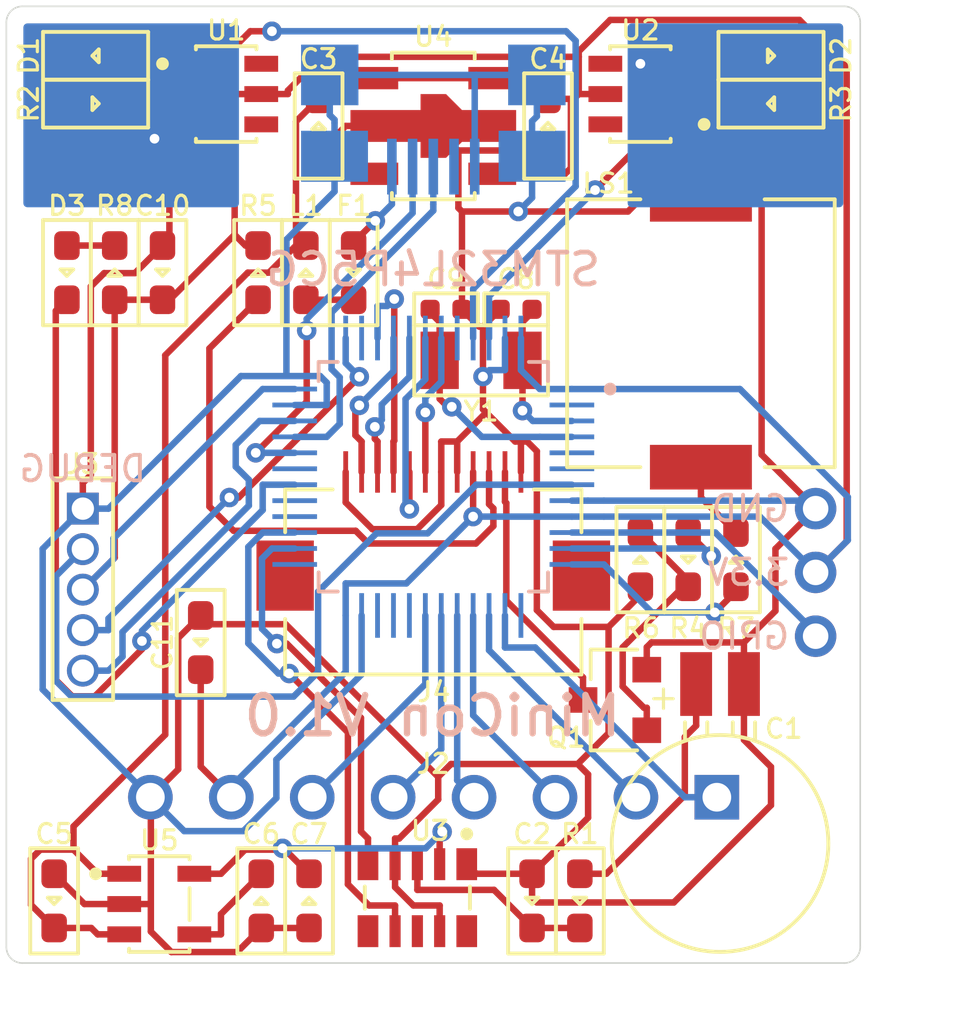
<source format=kicad_pcb>
(kicad_pcb (version 20171130) (host pcbnew "(5.1.10-1-10_14)")

  (general
    (thickness 1.6)
    (drawings 16)
    (tracks 481)
    (zones 0)
    (modules 40)
    (nets 67)
  )

  (page A4)
  (title_block
    (title MiniCon)
    (date 2021-08-08)
    (rev V1.0)
    (company https://github.com/KimiakiK)
  )

  (layers
    (0 F.Cu signal)
    (31 B.Cu signal)
    (32 B.Adhes user)
    (33 F.Adhes user)
    (34 B.Paste user)
    (35 F.Paste user)
    (36 B.SilkS user)
    (37 F.SilkS user)
    (38 B.Mask user)
    (39 F.Mask user)
    (40 Dwgs.User user)
    (41 Cmts.User user)
    (42 Eco1.User user)
    (43 Eco2.User user)
    (44 Edge.Cuts user)
    (45 Margin user)
    (46 B.CrtYd user hide)
    (47 F.CrtYd user hide)
    (48 B.Fab user hide)
    (49 F.Fab user hide)
  )

  (setup
    (last_trace_width 0.2032)
    (trace_clearance 0.2032)
    (zone_clearance 0.508)
    (zone_45_only no)
    (trace_min 0.2032)
    (via_size 0.6096)
    (via_drill 0.3048)
    (via_min_size 0.6096)
    (via_min_drill 0.3048)
    (uvia_size 0.2032)
    (uvia_drill 0.1016)
    (uvias_allowed no)
    (uvia_min_size 0.2032)
    (uvia_min_drill 0.1016)
    (edge_width 0.05)
    (segment_width 0.2)
    (pcb_text_width 0.3)
    (pcb_text_size 1.5 1.5)
    (mod_edge_width 0.12)
    (mod_text_size 1 1)
    (mod_text_width 0.15)
    (pad_size 1.524 1.524)
    (pad_drill 0.762)
    (pad_to_mask_clearance 0)
    (aux_axis_origin 0 0)
    (visible_elements FFFFFF7F)
    (pcbplotparams
      (layerselection 0x010fc_ffffffff)
      (usegerberextensions true)
      (usegerberattributes false)
      (usegerberadvancedattributes false)
      (creategerberjobfile false)
      (excludeedgelayer true)
      (linewidth 0.100000)
      (plotframeref false)
      (viasonmask false)
      (mode 1)
      (useauxorigin false)
      (hpglpennumber 1)
      (hpglpenspeed 20)
      (hpglpendiameter 15.000000)
      (psnegative false)
      (psa4output false)
      (plotreference true)
      (plotvalue true)
      (plotinvisibletext false)
      (padsonsilk false)
      (subtractmaskfromsilk false)
      (outputformat 1)
      (mirror false)
      (drillshape 0)
      (scaleselection 1)
      (outputdirectory "MiniCon/"))
  )

  (net 0 "")
  (net 1 GND)
  (net 2 "Net-(C1-Pad1)")
  (net 3 "Net-(C2-Pad1)")
  (net 4 +5V)
  (net 5 +3V3)
  (net 6 "Net-(C6-Pad1)")
  (net 7 +3V0)
  (net 8 OSC32_IN)
  (net 9 OSC32_OUT)
  (net 10 "Net-(D1-Pad2)")
  (net 11 "Net-(D2-Pad2)")
  (net 12 LED_STATUS)
  (net 13 "Net-(D3-Pad2)")
  (net 14 "Net-(F1-Pad1)")
  (net 15 "Net-(F1-Pad2)")
  (net 16 "Net-(J1-Pad4)")
  (net 17 USB_DP)
  (net 18 USB_DM)
  (net 19 SW_A)
  (net 20 SW_B)
  (net 21 SW_C)
  (net 22 SW_D)
  (net 23 POS_H)
  (net 24 POS_V)
  (net 25 NRST)
  (net 26 SWCLK)
  (net 27 SWDIO)
  (net 28 TFT_RESET)
  (net 29 TFT_SDA)
  (net 30 TFT_SCL)
  (net 31 TFT_CS)
  (net 32 TFT_DC)
  (net 33 "Net-(J4-Pad3)")
  (net 34 TFT_LEDK)
  (net 35 "Net-(LS1-Pad1)")
  (net 36 "Net-(Q1-Pad1)")
  (net 37 SW_L)
  (net 38 SW_R)
  (net 39 TFT_LED)
  (net 40 BUZZER)
  (net 41 GPIO)
  (net 42 "Net-(U1-Pad4)")
  (net 43 "Net-(U1-Pad6)")
  (net 44 "Net-(U2-Pad4)")
  (net 45 "Net-(U2-Pad6)")
  (net 46 "Net-(U3-Pad10)")
  (net 47 "Net-(U3-Pad8)")
  (net 48 RTC_SDA)
  (net 49 "Net-(U3-Pad6)")
  (net 50 RTC_SCL)
  (net 51 "Net-(U4-Pad3)")
  (net 52 "Net-(U6-Pad2)")
  (net 53 "Net-(U6-Pad5)")
  (net 54 "Net-(U6-Pad6)")
  (net 55 "Net-(U6-Pad13)")
  (net 56 "Net-(U6-Pad20)")
  (net 57 "Net-(U6-Pad21)")
  (net 58 "Net-(U6-Pad22)")
  (net 59 "Net-(U6-Pad25)")
  (net 60 "Net-(U6-Pad28)")
  (net 61 "Net-(U6-Pad29)")
  (net 62 "Net-(U6-Pad31)")
  (net 63 "Net-(U6-Pad38)")
  (net 64 "Net-(U6-Pad44)")
  (net 65 /PAD_L)
  (net 66 /PAD_R)

  (net_class Default "This is the default net class."
    (clearance 0.2032)
    (trace_width 0.2032)
    (via_dia 0.6096)
    (via_drill 0.3048)
    (uvia_dia 0.2032)
    (uvia_drill 0.1016)
    (diff_pair_width 0.2032)
    (diff_pair_gap 0.2032)
    (add_net +3V0)
    (add_net +3V3)
    (add_net +5V)
    (add_net /PAD_L)
    (add_net /PAD_R)
    (add_net BUZZER)
    (add_net GND)
    (add_net GPIO)
    (add_net LED_STATUS)
    (add_net NRST)
    (add_net "Net-(C1-Pad1)")
    (add_net "Net-(C2-Pad1)")
    (add_net "Net-(C6-Pad1)")
    (add_net "Net-(D1-Pad2)")
    (add_net "Net-(D2-Pad2)")
    (add_net "Net-(D3-Pad2)")
    (add_net "Net-(F1-Pad1)")
    (add_net "Net-(F1-Pad2)")
    (add_net "Net-(J1-Pad4)")
    (add_net "Net-(J4-Pad3)")
    (add_net "Net-(LS1-Pad1)")
    (add_net "Net-(Q1-Pad1)")
    (add_net "Net-(U1-Pad4)")
    (add_net "Net-(U1-Pad6)")
    (add_net "Net-(U2-Pad4)")
    (add_net "Net-(U2-Pad6)")
    (add_net "Net-(U3-Pad10)")
    (add_net "Net-(U3-Pad6)")
    (add_net "Net-(U3-Pad8)")
    (add_net "Net-(U4-Pad3)")
    (add_net "Net-(U6-Pad13)")
    (add_net "Net-(U6-Pad2)")
    (add_net "Net-(U6-Pad20)")
    (add_net "Net-(U6-Pad21)")
    (add_net "Net-(U6-Pad22)")
    (add_net "Net-(U6-Pad25)")
    (add_net "Net-(U6-Pad28)")
    (add_net "Net-(U6-Pad29)")
    (add_net "Net-(U6-Pad31)")
    (add_net "Net-(U6-Pad38)")
    (add_net "Net-(U6-Pad44)")
    (add_net "Net-(U6-Pad5)")
    (add_net "Net-(U6-Pad6)")
    (add_net OSC32_IN)
    (add_net OSC32_OUT)
    (add_net POS_H)
    (add_net POS_V)
    (add_net RTC_SCL)
    (add_net RTC_SDA)
    (add_net SWCLK)
    (add_net SWDIO)
    (add_net SW_A)
    (add_net SW_B)
    (add_net SW_C)
    (add_net SW_D)
    (add_net SW_L)
    (add_net SW_R)
    (add_net TFT_CS)
    (add_net TFT_DC)
    (add_net TFT_LED)
    (add_net TFT_LEDK)
    (add_net TFT_RESET)
    (add_net TFT_SCL)
    (add_net TFT_SDA)
    (add_net USB_DM)
    (add_net USB_DP)
  )

  (module MiniCon:Crystal_SMD_3215-2Pin (layer F.Cu) (tedit 610F8490) (tstamp 610FDCF7)
    (at 1.5 -3.65 180)
    (path /611008BD)
    (fp_text reference Y1 (at 0 -1.6) (layer F.SilkS)
      (effects (font (size 0.6 0.6) (thickness 0.1)))
    )
    (fp_text value 32.768kHz (at 0 4) (layer F.Fab)
      (effects (font (size 1 1) (thickness 0.15)))
    )
    (fp_line (start -1.6 -0.75) (end 1.6 -0.75) (layer F.Fab) (width 0.12))
    (fp_line (start 1.6 -0.75) (end 1.6 0.75) (layer F.Fab) (width 0.12))
    (fp_line (start 1.6 0.75) (end -1.6 0.75) (layer F.Fab) (width 0.12))
    (fp_line (start -1.6 0.75) (end -1.6 -0.75) (layer F.Fab) (width 0.12))
    (fp_line (start -2.1 -1.1) (end 2.1 -1.1) (layer F.SilkS) (width 0.12))
    (fp_line (start 2.1 -1.1) (end 2.1 1.1) (layer F.SilkS) (width 0.12))
    (fp_line (start 2.1 1.1) (end -2.1 1.1) (layer F.SilkS) (width 0.12))
    (fp_line (start -2.1 1.1) (end -2.1 -1.1) (layer F.SilkS) (width 0.12))
    (pad 2 smd rect (at 1.3 0 180) (size 1.2 1.8) (layers F.Cu F.Paste F.Mask)
      (net 9 OSC32_OUT))
    (pad 1 smd rect (at -1.3 0 180) (size 1.2 1.8) (layers F.Cu F.Paste F.Mask)
      (net 8 OSC32_IN))
  )

  (module MiniCon:LQFP-48_7x7mm_P0.5mm_FusionPCB (layer B.Cu) (tedit 610F84C1) (tstamp 610FDCE9)
    (at 0 0 180)
    (path /610F8316)
    (fp_text reference U6 (at 0 5.6) (layer B.SilkS) hide
      (effects (font (size 0.6 0.6) (thickness 0.1)) (justify mirror))
    )
    (fp_text value STM32L4P5CGT6 (at 0 -6) (layer B.Fab)
      (effects (font (size 1 1) (thickness 0.15)) (justify mirror))
    )
    (fp_circle (center -5.55 2.75) (end -5.45 2.75) (layer B.SilkS) (width 0.2))
    (fp_line (start -3.6 -3.6) (end -3.6 -3) (layer B.SilkS) (width 0.12))
    (fp_line (start -3 -3.6) (end -3.6 -3.6) (layer B.SilkS) (width 0.12))
    (fp_line (start 3.6 -3.6) (end 3 -3.6) (layer B.SilkS) (width 0.12))
    (fp_line (start 3.6 -3) (end 3.6 -3.6) (layer B.SilkS) (width 0.12))
    (fp_line (start 3.6 3.6) (end 3.6 3) (layer B.SilkS) (width 0.12))
    (fp_line (start 3 3.6) (end 3.6 3.6) (layer B.SilkS) (width 0.12))
    (fp_line (start -3.6 3.6) (end -3 3.6) (layer B.SilkS) (width 0.12))
    (fp_line (start -3.6 3) (end -3.6 3.6) (layer B.SilkS) (width 0.12))
    (fp_line (start -3.5 2.85) (end -3.5 3.5) (layer B.CrtYd) (width 0.05))
    (fp_line (start -5.1 2.85) (end -3.5 2.85) (layer B.CrtYd) (width 0.05))
    (fp_line (start -5.1 -2.85) (end -5.1 2.85) (layer B.CrtYd) (width 0.05))
    (fp_line (start -3.5 -2.85) (end -5.1 -2.85) (layer B.CrtYd) (width 0.05))
    (fp_line (start -3.5 -3.5) (end -3.5 -2.85) (layer B.CrtYd) (width 0.05))
    (fp_line (start -2.85 -3.5) (end -3.5 -3.5) (layer B.CrtYd) (width 0.05))
    (fp_line (start -2.85 -5.1) (end -2.85 -3.5) (layer B.CrtYd) (width 0.05))
    (fp_line (start 2.85 -5.1) (end -2.85 -5.1) (layer B.CrtYd) (width 0.05))
    (fp_line (start 2.85 -3.5) (end 2.85 -5.1) (layer B.CrtYd) (width 0.05))
    (fp_line (start 3.5 -3.5) (end 2.85 -3.5) (layer B.CrtYd) (width 0.05))
    (fp_line (start 3.5 -2.85) (end 3.5 -3.5) (layer B.CrtYd) (width 0.05))
    (fp_line (start 5.1 -2.85) (end 3.5 -2.85) (layer B.CrtYd) (width 0.05))
    (fp_line (start 5.1 2.85) (end 5.1 -2.85) (layer B.CrtYd) (width 0.05))
    (fp_line (start 3.5 2.85) (end 5.1 2.85) (layer B.CrtYd) (width 0.05))
    (fp_line (start 3.5 3.5) (end 3.5 2.85) (layer B.CrtYd) (width 0.05))
    (fp_line (start 2.85 3.5) (end 3.5 3.5) (layer B.CrtYd) (width 0.05))
    (fp_line (start 2.85 5.1) (end 2.85 3.5) (layer B.CrtYd) (width 0.05))
    (fp_line (start -2.85 5.1) (end 2.85 5.1) (layer B.CrtYd) (width 0.05))
    (fp_line (start -2.85 3.5) (end -2.85 5.1) (layer B.CrtYd) (width 0.05))
    (fp_line (start -3.5 3.5) (end -2.85 3.5) (layer B.CrtYd) (width 0.05))
    (fp_line (start -3.5 3.5) (end 3.5 3.5) (layer Dwgs.User) (width 0.1))
    (fp_line (start 3.5 3.5) (end 3.5 -3.5) (layer Dwgs.User) (width 0.1))
    (fp_line (start 3.5 -3.5) (end -3.5 -3.5) (layer Dwgs.User) (width 0.1))
    (fp_line (start -3.5 -3.5) (end -3.5 3.5) (layer Dwgs.User) (width 0.1))
    (pad 1 smd rect (at -4.35 2.75 180) (size 1.4 0.15) (layers B.Cu B.Paste B.Mask)
      (net 5 +3V3))
    (pad 2 smd rect (at -4.35 2.25 180) (size 1.4 0.15) (layers B.Cu B.Paste B.Mask)
      (net 52 "Net-(U6-Pad2)"))
    (pad 3 smd rect (at -4.35 1.75 180) (size 1.4 0.15) (layers B.Cu B.Paste B.Mask)
      (net 8 OSC32_IN))
    (pad 4 smd rect (at -4.35 1.25 180) (size 1.4 0.15) (layers B.Cu B.Paste B.Mask)
      (net 9 OSC32_OUT))
    (pad 5 smd rect (at -4.35 0.75 180) (size 1.4 0.15) (layers B.Cu B.Paste B.Mask)
      (net 53 "Net-(U6-Pad5)"))
    (pad 6 smd rect (at -4.35 0.25 180) (size 1.4 0.15) (layers B.Cu B.Paste B.Mask)
      (net 54 "Net-(U6-Pad6)"))
    (pad 7 smd rect (at -4.35 -0.25 180) (size 1.4 0.15) (layers B.Cu B.Paste B.Mask)
      (net 25 NRST))
    (pad 8 smd rect (at -4.35 -0.75 180) (size 1.4 0.15) (layers B.Cu B.Paste B.Mask)
      (net 1 GND))
    (pad 9 smd rect (at -4.35 -1.25 180) (size 1.4 0.15) (layers B.Cu B.Paste B.Mask)
      (net 5 +3V3))
    (pad 10 smd rect (at -4.35 -1.75 180) (size 1.4 0.15) (layers B.Cu B.Paste B.Mask)
      (net 41 GPIO))
    (pad 11 smd rect (at -4.35 -2.25 180) (size 1.4 0.15) (layers B.Cu B.Paste B.Mask)
      (net 39 TFT_LED))
    (pad 12 smd rect (at -4.35 -2.75 180) (size 1.4 0.15) (layers B.Cu B.Paste B.Mask)
      (net 40 BUZZER))
    (pad 13 smd rect (at -2.75 -4.35 180) (size 0.15 1.4) (layers B.Cu B.Paste B.Mask)
      (net 55 "Net-(U6-Pad13)"))
    (pad 14 smd rect (at -2.25 -4.35 180) (size 0.15 1.4) (layers B.Cu B.Paste B.Mask)
      (net 19 SW_A))
    (pad 15 smd rect (at -1.75 -4.35 180) (size 0.15 1.4) (layers B.Cu B.Paste B.Mask)
      (net 20 SW_B))
    (pad 16 smd rect (at -1.25 -4.35 180) (size 0.15 1.4) (layers B.Cu B.Paste B.Mask)
      (net 21 SW_C))
    (pad 17 smd rect (at -0.75 -4.35 180) (size 0.15 1.4) (layers B.Cu B.Paste B.Mask)
      (net 22 SW_D))
    (pad 18 smd rect (at -0.25 -4.35 180) (size 0.15 1.4) (layers B.Cu B.Paste B.Mask)
      (net 23 POS_H))
    (pad 19 smd rect (at 0.25 -4.35 180) (size 0.15 1.4) (layers B.Cu B.Paste B.Mask)
      (net 24 POS_V))
    (pad 20 smd rect (at 0.75 -4.35 180) (size 0.15 1.4) (layers B.Cu B.Paste B.Mask)
      (net 56 "Net-(U6-Pad20)"))
    (pad 21 smd rect (at 1.25 -4.35 180) (size 0.15 1.4) (layers B.Cu B.Paste B.Mask)
      (net 57 "Net-(U6-Pad21)"))
    (pad 22 smd rect (at 1.75 -4.35 180) (size 0.15 1.4) (layers B.Cu B.Paste B.Mask)
      (net 58 "Net-(U6-Pad22)"))
    (pad 23 smd rect (at 2.25 -4.35 180) (size 0.15 1.4) (layers B.Cu B.Paste B.Mask)
      (net 1 GND))
    (pad 24 smd rect (at 2.75 -4.35 180) (size 0.15 1.4) (layers B.Cu B.Paste B.Mask)
      (net 5 +3V3))
    (pad 25 smd rect (at 4.35 -2.75 180) (size 1.4 0.15) (layers B.Cu B.Paste B.Mask)
      (net 59 "Net-(U6-Pad25)"))
    (pad 26 smd rect (at 4.35 -2.25 180) (size 1.4 0.15) (layers B.Cu B.Paste B.Mask)
      (net 50 RTC_SCL))
    (pad 27 smd rect (at 4.35 -1.75 180) (size 1.4 0.15) (layers B.Cu B.Paste B.Mask)
      (net 48 RTC_SDA))
    (pad 28 smd rect (at 4.35 -1.25 180) (size 1.4 0.15) (layers B.Cu B.Paste B.Mask)
      (net 60 "Net-(U6-Pad28)"))
    (pad 29 smd rect (at 4.35 -0.75 180) (size 1.4 0.15) (layers B.Cu B.Paste B.Mask)
      (net 61 "Net-(U6-Pad29)"))
    (pad 30 smd rect (at 4.35 -0.25 180) (size 1.4 0.15) (layers B.Cu B.Paste B.Mask)
      (net 12 LED_STATUS))
    (pad 31 smd rect (at 4.35 0.25 180) (size 1.4 0.15) (layers B.Cu B.Paste B.Mask)
      (net 62 "Net-(U6-Pad31)"))
    (pad 32 smd rect (at 4.35 0.75 180) (size 1.4 0.15) (layers B.Cu B.Paste B.Mask)
      (net 18 USB_DM))
    (pad 33 smd rect (at 4.35 1.25 180) (size 1.4 0.15) (layers B.Cu B.Paste B.Mask)
      (net 17 USB_DP))
    (pad 34 smd rect (at 4.35 1.75 180) (size 1.4 0.15) (layers B.Cu B.Paste B.Mask)
      (net 27 SWDIO))
    (pad 35 smd rect (at 4.35 2.25 180) (size 1.4 0.15) (layers B.Cu B.Paste B.Mask)
      (net 1 GND))
    (pad 36 smd rect (at 4.35 2.75 180) (size 1.4 0.15) (layers B.Cu B.Paste B.Mask)
      (net 5 +3V3))
    (pad 37 smd rect (at 2.75 4.35 180) (size 0.15 1.4) (layers B.Cu B.Paste B.Mask)
      (net 26 SWCLK))
    (pad 38 smd rect (at 2.25 4.35 180) (size 0.15 1.4) (layers B.Cu B.Paste B.Mask)
      (net 63 "Net-(U6-Pad38)"))
    (pad 39 smd rect (at 1.75 4.35 180) (size 0.15 1.4) (layers B.Cu B.Paste B.Mask)
      (net 30 TFT_SCL))
    (pad 40 smd rect (at 1.25 4.35 180) (size 0.15 1.4) (layers B.Cu B.Paste B.Mask)
      (net 28 TFT_RESET))
    (pad 41 smd rect (at 0.75 4.35 180) (size 0.15 1.4) (layers B.Cu B.Paste B.Mask)
      (net 29 TFT_SDA))
    (pad 42 smd rect (at 0.25 4.35 180) (size 0.15 1.4) (layers B.Cu B.Paste B.Mask)
      (net 31 TFT_CS))
    (pad 43 smd rect (at -0.25 4.35 180) (size 0.15 1.4) (layers B.Cu B.Paste B.Mask)
      (net 32 TFT_DC))
    (pad 44 smd rect (at -0.75 4.35 180) (size 0.15 1.4) (layers B.Cu B.Paste B.Mask)
      (net 64 "Net-(U6-Pad44)"))
    (pad 45 smd rect (at -1.25 4.35 180) (size 0.15 1.4) (layers B.Cu B.Paste B.Mask)
      (net 37 SW_L))
    (pad 46 smd rect (at -1.75 4.35 180) (size 0.15 1.4) (layers B.Cu B.Paste B.Mask)
      (net 38 SW_R))
    (pad 47 smd rect (at -2.25 4.35 180) (size 0.15 1.4) (layers B.Cu B.Paste B.Mask)
      (net 1 GND))
    (pad 48 smd rect (at -2.75 4.35 180) (size 0.15 1.4) (layers B.Cu B.Paste B.Mask)
      (net 5 +3V3))
  )

  (module MiniCon:SOT-23-5 (layer F.Cu) (tedit 610F84F8) (tstamp 610FDC94)
    (at -8.6 13.4)
    (descr "5-pin SOT23 package")
    (tags SOT-23-5)
    (path /610FCA32)
    (attr smd)
    (fp_text reference U5 (at 0 -2) (layer F.SilkS)
      (effects (font (size 0.6 0.6) (thickness 0.1)))
    )
    (fp_text value NJM2864F03 (at 0 2.9) (layer F.Fab)
      (effects (font (size 1 1) (thickness 0.15)))
    )
    (fp_line (start 0.95 1.5) (end 0.95 1.4) (layer F.SilkS) (width 0.12))
    (fp_line (start -0.95 1.5) (end 0.95 1.5) (layer F.SilkS) (width 0.12))
    (fp_line (start -0.95 1.4) (end -0.95 1.5) (layer F.SilkS) (width 0.12))
    (fp_line (start -0.95 -1.5) (end -0.95 -1.4) (layer F.SilkS) (width 0.12))
    (fp_line (start 0.95 -1.5) (end -0.95 -1.5) (layer F.SilkS) (width 0.12))
    (fp_line (start 0.95 -1.4) (end 0.95 -1.5) (layer F.SilkS) (width 0.12))
    (fp_line (start 0.95 -0.5) (end 0.95 0.5) (layer F.SilkS) (width 0.12))
    (fp_line (start -1.4 -1.45) (end 1.4 -1.45) (layer F.CrtYd) (width 0.05))
    (fp_line (start 1.4 -1.45) (end 1.4 1.45) (layer F.CrtYd) (width 0.05))
    (fp_line (start 1.4 1.45) (end -1.4 1.45) (layer F.CrtYd) (width 0.05))
    (fp_line (start -1.4 1.45) (end -1.4 -1.45) (layer F.CrtYd) (width 0.05))
    (fp_line (start -0.9 -0.9) (end -0.25 -1.55) (layer F.Fab) (width 0.1))
    (fp_line (start 0.9 -1.55) (end -0.25 -1.55) (layer F.Fab) (width 0.1))
    (fp_line (start -0.9 -0.9) (end -0.9 1.55) (layer F.Fab) (width 0.1))
    (fp_line (start 0.9 1.55) (end -0.9 1.55) (layer F.Fab) (width 0.1))
    (fp_line (start 0.9 -1.55) (end 0.9 1.55) (layer F.Fab) (width 0.1))
    (fp_circle (center -2 -0.95) (end -1.9 -0.95) (layer F.SilkS) (width 0.2))
    (fp_text user %R (at 0 0 90) (layer F.Fab)
      (effects (font (size 0.5 0.5) (thickness 0.075)))
    )
    (pad 1 smd rect (at -1.1 -0.95) (size 1.06 0.5) (layers F.Cu F.Paste F.Mask)
      (net 4 +5V))
    (pad 2 smd rect (at -1.1 0) (size 1.06 0.5) (layers F.Cu F.Paste F.Mask)
      (net 1 GND))
    (pad 3 smd rect (at -1.1 0.95) (size 1.06 0.5) (layers F.Cu F.Paste F.Mask)
      (net 4 +5V))
    (pad 4 smd rect (at 1.1 0.95) (size 1.06 0.5) (layers F.Cu F.Paste F.Mask)
      (net 6 "Net-(C6-Pad1)"))
    (pad 5 smd rect (at 1.1 -0.95) (size 1.06 0.5) (layers F.Cu F.Paste F.Mask)
      (net 7 +3V0))
    (model ${KISYS3DMOD}/Package_TO_SOT_SMD.3dshapes/SOT-23-5.wrl
      (at (xyz 0 0 0))
      (scale (xyz 1 1 1))
      (rotate (xyz 0 0 0))
    )
  )

  (module MiniCon:SOT-89-5 (layer F.Cu) (tedit 610F850E) (tstamp 610FDC79)
    (at 0 -11)
    (descr "SOT-89-5, http://www.e-devices.ricoh.co.jp/en/products/product_power/pkg/sot-89-5.pdf")
    (tags SOT-89-5)
    (path /610FC1C5)
    (attr smd)
    (fp_text reference U4 (at 0 -2.8) (layer F.SilkS)
      (effects (font (size 0.6 0.6) (thickness 0.1)))
    )
    (fp_text value NJM2884U1 (at 0 3.5) (layer F.Fab)
      (effects (font (size 1 1) (thickness 0.15)))
    )
    (fp_line (start -1.25 -1.85) (end -1.25 -2.25) (layer F.CrtYd) (width 0.05))
    (fp_line (start -1.25 2.25) (end 1.25 2.25) (layer F.CrtYd) (width 0.05))
    (fp_line (start 1.25 -2.25) (end -1.25 -2.25) (layer F.CrtYd) (width 0.05))
    (fp_line (start 2.25 -1.85) (end 2.25 1.85) (layer F.CrtYd) (width 0.05))
    (fp_line (start -0.25 -2.25) (end 1.25 -2.25) (layer F.Fab) (width 0.1))
    (fp_line (start -1.25 2.25) (end -1.25 -1.25) (layer F.Fab) (width 0.1))
    (fp_line (start 1.25 2.25) (end -1.25 2.25) (layer F.Fab) (width 0.1))
    (fp_line (start 1.25 -2.25) (end 1.25 2.25) (layer F.Fab) (width 0.1))
    (fp_line (start -1.25 -1.25) (end -0.25 -2.25) (layer F.Fab) (width 0.1))
    (fp_line (start -1.25 -1.85) (end -2.25 -1.85) (layer F.CrtYd) (width 0.05))
    (fp_line (start -2.25 1.85) (end -2.25 -1.85) (layer F.CrtYd) (width 0.05))
    (fp_line (start -1.25 1.85) (end -2.25 1.85) (layer F.CrtYd) (width 0.05))
    (fp_line (start -1.25 2.25) (end -1.25 1.85) (layer F.CrtYd) (width 0.05))
    (fp_line (start 1.25 -1.85) (end 1.25 -2.25) (layer F.CrtYd) (width 0.05))
    (fp_line (start 1.25 2.25) (end 1.25 1.85) (layer F.CrtYd) (width 0.05))
    (fp_line (start 2.25 1.85) (end 1.25 1.85) (layer F.CrtYd) (width 0.05))
    (fp_line (start 2.25 -1.85) (end 1.25 -1.85) (layer F.CrtYd) (width 0.05))
    (fp_line (start -1.3 -2.1) (end -1.3 -2.3) (layer F.SilkS) (width 0.12))
    (fp_line (start -1.3 -2.3) (end 1.3 -2.3) (layer F.SilkS) (width 0.12))
    (fp_line (start 1.3 -2.3) (end 1.3 -2.1) (layer F.SilkS) (width 0.12))
    (fp_line (start -1.3 2.1) (end -1.3 2.3) (layer F.SilkS) (width 0.12))
    (fp_line (start -1.3 2.3) (end 1.3 2.3) (layer F.SilkS) (width 0.12))
    (fp_line (start 1.3 2.3) (end 1.3 2.1) (layer F.SilkS) (width 0.12))
    (fp_text user %R (at 0.5 0 90) (layer F.Fab)
      (effects (font (size 1 1) (thickness 0.15)))
    )
    (pad 5 smd rect (at 1.85 -1.5) (size 1.5 0.7) (layers F.Cu F.Paste F.Mask)
      (net 4 +5V))
    (pad 4 smd rect (at 1.85 1.5) (size 1.5 0.7) (layers F.Cu F.Paste F.Mask)
      (net 5 +3V3))
    (pad 1 smd rect (at -1.85 -1.5) (size 1.5 0.7) (layers F.Cu F.Paste F.Mask)
      (net 4 +5V))
    (pad 3 smd rect (at -1.85 1.5) (size 1.5 0.7) (layers F.Cu F.Paste F.Mask)
      (net 51 "Net-(U4-Pad3)"))
    (pad 2 smd custom (at 0 0) (size 0.8 2) (layers F.Cu F.Paste F.Mask)
      (net 1 GND) (zone_connect 2)
      (options (clearance outline) (anchor rect))
      (primitives
        (gr_poly (pts
           (xy -2.6 -0.5) (xy -0.4 -0.5) (xy -0.4 -1) (xy 0.4 -1) (xy 0.9 -0.5)
           (xy 2.6 -0.5) (xy 2.6 0.5) (xy 0.9 0.5) (xy 0.4 1) (xy -0.4 1)
           (xy -0.4 0.5) (xy -2.6 0.5)) (width 0))
      ))
    (model ${KISYS3DMOD}/Package_TO_SOT_SMD.3dshapes/SOT-89-5.wrl
      (at (xyz 0 0 0))
      (scale (xyz 1 1 1))
      (rotate (xyz 0 0 0))
    )
  )

  (module MiniCon:RX8900CE (layer F.Cu) (tedit 610F84DF) (tstamp 610FDC58)
    (at -0.5 13.2 270)
    (path /610FB19B)
    (fp_text reference U3 (at -2.1 -0.4 180) (layer F.SilkS)
      (effects (font (size 0.6 0.6) (thickness 0.1)))
    )
    (fp_text value RX8900CE (at 0 5 90) (layer F.Fab)
      (effects (font (size 1 1) (thickness 0.15)))
    )
    (fp_line (start -0.35 1.65) (end 0.35 1.65) (layer F.SilkS) (width 0.12))
    (fp_line (start -0.35 -1.65) (end 0.35 -1.65) (layer F.SilkS) (width 0.12))
    (fp_line (start -1.25 1.6) (end -1.25 -1.6) (layer F.CrtYd) (width 0.05))
    (fp_line (start 1.25 1.6) (end -1.25 1.6) (layer F.CrtYd) (width 0.05))
    (fp_line (start 1.25 -1.6) (end 1.25 1.6) (layer F.CrtYd) (width 0.05))
    (fp_line (start -1.25 -1.6) (end 1.25 -1.6) (layer F.CrtYd) (width 0.05))
    (fp_circle (center -2 -1.55) (end -1.9 -1.55) (layer F.SilkS) (width 0.2))
    (pad 10 smd rect (at 1.05 -1.55 270) (size 1 0.65) (layers F.Cu F.Paste F.Mask)
      (net 46 "Net-(U3-Pad10)"))
    (pad 9 smd rect (at 1.05 -0.7 270) (size 1 0.35) (layers F.Cu F.Paste F.Mask)
      (net 1 GND))
    (pad 8 smd rect (at 1.05 0 270) (size 1 0.35) (layers F.Cu F.Paste F.Mask)
      (net 47 "Net-(U3-Pad8)"))
    (pad 7 smd rect (at 1.05 0.7 270) (size 1 0.35) (layers F.Cu F.Paste F.Mask)
      (net 48 RTC_SDA))
    (pad 6 smd rect (at 1.05 1.55 270) (size 1 0.65) (layers F.Cu F.Paste F.Mask)
      (net 49 "Net-(U3-Pad6)"))
    (pad 5 smd rect (at -1.05 1.55 270) (size 1 0.65) (layers F.Cu F.Paste F.Mask)
      (net 50 RTC_SCL))
    (pad 4 smd rect (at -1.05 0.7 270) (size 1 0.35) (layers F.Cu F.Paste F.Mask)
      (net 1 GND))
    (pad 3 smd rect (at -1.05 0 270) (size 1 0.35) (layers F.Cu F.Paste F.Mask)
      (net 3 "Net-(C2-Pad1)"))
    (pad 2 smd rect (at -1.05 -0.7 270) (size 1 0.35) (layers F.Cu F.Paste F.Mask)
      (net 7 +3V0))
    (pad 1 smd rect (at -1.05 -1.55 270) (size 1 0.65) (layers F.Cu F.Paste F.Mask)
      (net 1 GND))
  )

  (module MiniCon:SOT-23-6 (layer F.Cu) (tedit 610F8504) (tstamp 610FDC43)
    (at 6.5 -12 180)
    (descr "6-pin SOT-23 package")
    (tags SOT-23-6)
    (path /610F995B)
    (attr smd)
    (fp_text reference U2 (at 0 2) (layer F.SilkS)
      (effects (font (size 0.6 0.6) (thickness 0.1)))
    )
    (fp_text value TTP223 (at 0 2.9) (layer F.Fab)
      (effects (font (size 1 1) (thickness 0.15)))
    )
    (fp_circle (center -2 -0.95) (end -1.9 -0.95) (layer F.SilkS) (width 0.2))
    (fp_line (start 1.5 -1.5) (end -1.5 -1.5) (layer F.CrtYd) (width 0.05))
    (fp_line (start 1.5 1.5) (end 1.5 -1.5) (layer F.CrtYd) (width 0.05))
    (fp_line (start -1.5 1.5) (end 1.5 1.5) (layer F.CrtYd) (width 0.05))
    (fp_line (start -1.5 -1.5) (end -1.5 1.5) (layer F.CrtYd) (width 0.05))
    (fp_line (start -0.9 -0.9) (end -0.25 -1.55) (layer F.Fab) (width 0.1))
    (fp_line (start 0.9 -1.55) (end -0.25 -1.55) (layer F.Fab) (width 0.1))
    (fp_line (start -0.9 -0.9) (end -0.9 1.55) (layer F.Fab) (width 0.1))
    (fp_line (start 0.9 1.55) (end -0.9 1.55) (layer F.Fab) (width 0.1))
    (fp_line (start 0.9 -1.55) (end 0.9 1.55) (layer F.Fab) (width 0.1))
    (fp_line (start 0.95 -1.4) (end 0.95 -1.5) (layer F.SilkS) (width 0.12))
    (fp_line (start 0.95 -1.5) (end -0.95 -1.5) (layer F.SilkS) (width 0.12))
    (fp_line (start -0.95 -1.5) (end -0.95 -1.4) (layer F.SilkS) (width 0.12))
    (fp_line (start -0.95 1.4) (end -0.95 1.5) (layer F.SilkS) (width 0.12))
    (fp_line (start -0.95 1.5) (end 0.95 1.5) (layer F.SilkS) (width 0.12))
    (fp_line (start 0.95 1.5) (end 0.95 1.4) (layer F.SilkS) (width 0.12))
    (fp_text user %R (at 0 0 90) (layer F.Fab)
      (effects (font (size 0.5 0.5) (thickness 0.075)))
    )
    (pad 1 smd rect (at -1.1 -0.95 180) (size 1.06 0.5) (layers F.Cu F.Paste F.Mask)
      (net 38 SW_R))
    (pad 2 smd rect (at -1.1 0 180) (size 1.06 0.5) (layers F.Cu F.Paste F.Mask)
      (net 1 GND))
    (pad 3 smd rect (at -1.1 0.95 180) (size 1.06 0.5) (layers F.Cu F.Paste F.Mask)
      (net 66 /PAD_R))
    (pad 4 smd rect (at 1.1 0.95 180) (size 1.06 0.5) (layers F.Cu F.Paste F.Mask)
      (net 44 "Net-(U2-Pad4)"))
    (pad 6 smd rect (at 1.1 -0.95 180) (size 1.06 0.5) (layers F.Cu F.Paste F.Mask)
      (net 45 "Net-(U2-Pad6)"))
    (pad 5 smd rect (at 1.1 0 180) (size 1.06 0.5) (layers F.Cu F.Paste F.Mask)
      (net 5 +3V3))
    (model ${KISYS3DMOD}/Package_TO_SOT_SMD.3dshapes/SOT-23-6.wrl
      (at (xyz 0 0 0))
      (scale (xyz 1 1 1))
      (rotate (xyz 0 0 0))
    )
  )

  (module MiniCon:SOT-23-6 (layer F.Cu) (tedit 610F8504) (tstamp 610FDC28)
    (at -6.5 -12)
    (descr "6-pin SOT-23 package")
    (tags SOT-23-6)
    (path /610F861B)
    (attr smd)
    (fp_text reference U1 (at 0 -2) (layer F.SilkS)
      (effects (font (size 0.6 0.6) (thickness 0.1)))
    )
    (fp_text value TTP223 (at 0 2.9) (layer F.Fab)
      (effects (font (size 1 1) (thickness 0.15)))
    )
    (fp_circle (center -2 -0.95) (end -1.9 -0.95) (layer F.SilkS) (width 0.2))
    (fp_line (start 1.5 -1.5) (end -1.5 -1.5) (layer F.CrtYd) (width 0.05))
    (fp_line (start 1.5 1.5) (end 1.5 -1.5) (layer F.CrtYd) (width 0.05))
    (fp_line (start -1.5 1.5) (end 1.5 1.5) (layer F.CrtYd) (width 0.05))
    (fp_line (start -1.5 -1.5) (end -1.5 1.5) (layer F.CrtYd) (width 0.05))
    (fp_line (start -0.9 -0.9) (end -0.25 -1.55) (layer F.Fab) (width 0.1))
    (fp_line (start 0.9 -1.55) (end -0.25 -1.55) (layer F.Fab) (width 0.1))
    (fp_line (start -0.9 -0.9) (end -0.9 1.55) (layer F.Fab) (width 0.1))
    (fp_line (start 0.9 1.55) (end -0.9 1.55) (layer F.Fab) (width 0.1))
    (fp_line (start 0.9 -1.55) (end 0.9 1.55) (layer F.Fab) (width 0.1))
    (fp_line (start 0.95 -1.4) (end 0.95 -1.5) (layer F.SilkS) (width 0.12))
    (fp_line (start 0.95 -1.5) (end -0.95 -1.5) (layer F.SilkS) (width 0.12))
    (fp_line (start -0.95 -1.5) (end -0.95 -1.4) (layer F.SilkS) (width 0.12))
    (fp_line (start -0.95 1.4) (end -0.95 1.5) (layer F.SilkS) (width 0.12))
    (fp_line (start -0.95 1.5) (end 0.95 1.5) (layer F.SilkS) (width 0.12))
    (fp_line (start 0.95 1.5) (end 0.95 1.4) (layer F.SilkS) (width 0.12))
    (fp_text user %R (at 0 0 90) (layer F.Fab)
      (effects (font (size 0.5 0.5) (thickness 0.075)))
    )
    (pad 1 smd rect (at -1.1 -0.95) (size 1.06 0.5) (layers F.Cu F.Paste F.Mask)
      (net 37 SW_L))
    (pad 2 smd rect (at -1.1 0) (size 1.06 0.5) (layers F.Cu F.Paste F.Mask)
      (net 1 GND))
    (pad 3 smd rect (at -1.1 0.95) (size 1.06 0.5) (layers F.Cu F.Paste F.Mask)
      (net 65 /PAD_L))
    (pad 4 smd rect (at 1.1 0.95) (size 1.06 0.5) (layers F.Cu F.Paste F.Mask)
      (net 42 "Net-(U1-Pad4)"))
    (pad 6 smd rect (at 1.1 -0.95) (size 1.06 0.5) (layers F.Cu F.Paste F.Mask)
      (net 43 "Net-(U1-Pad6)"))
    (pad 5 smd rect (at 1.1 0) (size 1.06 0.5) (layers F.Cu F.Paste F.Mask)
      (net 5 +3V3))
    (model ${KISYS3DMOD}/Package_TO_SOT_SMD.3dshapes/SOT-23-6.wrl
      (at (xyz 0 0 0))
      (scale (xyz 1 1 1))
      (rotate (xyz 0 0 0))
    )
  )

  (module MiniCon:TestPoint_THTPad_D1.3mm_Drill0.8mm (layer F.Cu) (tedit 610F844D) (tstamp 610FDC0D)
    (at 12 5)
    (descr "THT pad as test Point, diameter 1.3mm, hole diameter 0.8mm")
    (tags "test point THT pad")
    (path /611D4B33)
    (attr virtual)
    (fp_text reference TP3 (at 0 -1.998) (layer F.SilkS) hide
      (effects (font (size 1 1) (thickness 0.15)))
    )
    (fp_text value TestPoint (at 0 2.05) (layer F.Fab)
      (effects (font (size 1 1) (thickness 0.15)))
    )
    (fp_circle (center 0 0) (end 0.7 0) (layer F.CrtYd) (width 0.05))
    (fp_text user %R (at 0 -2) (layer F.Fab)
      (effects (font (size 1 1) (thickness 0.15)))
    )
    (pad 1 thru_hole circle (at 0 0) (size 1.3 1.3) (drill 0.8) (layers *.Cu *.Mask)
      (net 41 GPIO))
  )

  (module MiniCon:TestPoint_THTPad_D1.3mm_Drill0.8mm (layer F.Cu) (tedit 610F844D) (tstamp 610FDC06)
    (at 12 3)
    (descr "THT pad as test Point, diameter 1.3mm, hole diameter 0.8mm")
    (tags "test point THT pad")
    (path /611DB808)
    (attr virtual)
    (fp_text reference TP2 (at 0 -1.998) (layer F.SilkS) hide
      (effects (font (size 1 1) (thickness 0.15)))
    )
    (fp_text value TestPoint (at 0 2.05) (layer F.Fab)
      (effects (font (size 1 1) (thickness 0.15)))
    )
    (fp_circle (center 0 0) (end 0.7 0) (layer F.CrtYd) (width 0.05))
    (fp_text user %R (at 0 -2) (layer F.Fab)
      (effects (font (size 1 1) (thickness 0.15)))
    )
    (pad 1 thru_hole circle (at 0 0) (size 1.3 1.3) (drill 0.8) (layers *.Cu *.Mask)
      (net 5 +3V3))
  )

  (module MiniCon:TestPoint_THTPad_D1.3mm_Drill0.8mm (layer F.Cu) (tedit 610F844D) (tstamp 610FDBFF)
    (at 12 1)
    (descr "THT pad as test Point, diameter 1.3mm, hole diameter 0.8mm")
    (tags "test point THT pad")
    (path /611DC432)
    (attr virtual)
    (fp_text reference TP1 (at 0 -1.998) (layer F.SilkS) hide
      (effects (font (size 1 1) (thickness 0.15)))
    )
    (fp_text value TestPoint (at 0 2.05) (layer F.Fab)
      (effects (font (size 1 1) (thickness 0.15)))
    )
    (fp_circle (center 0 0) (end 0.7 0) (layer F.CrtYd) (width 0.05))
    (fp_text user %R (at 0 -2) (layer F.Fab)
      (effects (font (size 1 1) (thickness 0.15)))
    )
    (pad 1 thru_hole circle (at 0 0) (size 1.3 1.3) (drill 0.8) (layers *.Cu *.Mask)
      (net 1 GND))
  )

  (module MiniCon:1608Metric (layer F.Cu) (tedit 610F8476) (tstamp 610FDBF8)
    (at -10 -6.4 270)
    (descr "SMD 0603 (1608 Metric)")
    (path /611CEE17)
    (attr smd)
    (fp_text reference R8 (at -2.1 0 180) (layer F.SilkS)
      (effects (font (size 0.6 0.6) (thickness 0.1)))
    )
    (fp_text value R (at 0 1.778 90) (layer F.Fab)
      (effects (font (size 1 1) (thickness 0.15)))
    )
    (fp_line (start -0.1 0) (end 0.1 -0.2) (layer F.SilkS) (width 0.12))
    (fp_line (start 0.1 0.2) (end -0.1 0) (layer F.SilkS) (width 0.12))
    (fp_line (start 0.1 -0.2) (end 0.1 0.2) (layer F.SilkS) (width 0.12))
    (fp_line (start 1.6 0.7) (end -1.6 0.7) (layer F.CrtYd) (width 0.05))
    (fp_line (start 1.6 -0.7) (end 1.6 0.7) (layer F.CrtYd) (width 0.05))
    (fp_line (start -1.6 -0.7) (end 1.6 -0.7) (layer F.CrtYd) (width 0.05))
    (fp_line (start -1.6 0.7) (end -1.6 -0.7) (layer F.CrtYd) (width 0.05))
    (fp_line (start -1.65 0.75) (end 1.65 0.75) (layer F.SilkS) (width 0.12))
    (fp_line (start -1.65 -0.75) (end 1.65 -0.75) (layer F.SilkS) (width 0.12))
    (fp_line (start 0.8 0.4) (end -0.8 0.4) (layer F.Fab) (width 0.1))
    (fp_line (start 0.8 -0.4) (end 0.8 0.4) (layer F.Fab) (width 0.1))
    (fp_line (start -0.8 -0.4) (end 0.8 -0.4) (layer F.Fab) (width 0.1))
    (fp_line (start -0.8 0.4) (end -0.8 -0.4) (layer F.Fab) (width 0.1))
    (fp_line (start 1.65 -0.75) (end 1.65 0.75) (layer F.SilkS) (width 0.12))
    (fp_line (start -1.65 -0.75) (end -1.65 0.75) (layer F.SilkS) (width 0.12))
    (fp_text user %R (at 0 0 90) (layer F.Fab)
      (effects (font (size 0.4 0.4) (thickness 0.06)))
    )
    (pad 1 smd roundrect (at -0.85 0 270) (size 0.9 0.8) (layers F.Cu F.Paste F.Mask) (roundrect_rratio 0.25)
      (net 13 "Net-(D3-Pad2)"))
    (pad 2 smd roundrect (at 0.85 0 270) (size 0.9 0.8) (layers F.Cu F.Paste F.Mask) (roundrect_rratio 0.25)
      (net 5 +3V3))
    (model ${KISYS3DMOD}/Capacitor_SMD.3dshapes/C_0603_1608Metric.wrl
      (at (xyz 0 0 0))
      (scale (xyz 1 1 1))
      (rotate (xyz 0 0 0))
    )
  )

  (module MiniCon:1608Metric (layer F.Cu) (tedit 610F8476) (tstamp 610FDBE2)
    (at 9.5 2.6 270)
    (descr "SMD 0603 (1608 Metric)")
    (path /61169AA9)
    (attr smd)
    (fp_text reference R7 (at 2.15 0 180) (layer F.SilkS)
      (effects (font (size 0.6 0.6) (thickness 0.1)))
    )
    (fp_text value 100 (at 0 1.778 90) (layer F.Fab)
      (effects (font (size 1 1) (thickness 0.15)))
    )
    (fp_line (start -0.1 0) (end 0.1 -0.2) (layer F.SilkS) (width 0.12))
    (fp_line (start 0.1 0.2) (end -0.1 0) (layer F.SilkS) (width 0.12))
    (fp_line (start 0.1 -0.2) (end 0.1 0.2) (layer F.SilkS) (width 0.12))
    (fp_line (start 1.6 0.7) (end -1.6 0.7) (layer F.CrtYd) (width 0.05))
    (fp_line (start 1.6 -0.7) (end 1.6 0.7) (layer F.CrtYd) (width 0.05))
    (fp_line (start -1.6 -0.7) (end 1.6 -0.7) (layer F.CrtYd) (width 0.05))
    (fp_line (start -1.6 0.7) (end -1.6 -0.7) (layer F.CrtYd) (width 0.05))
    (fp_line (start -1.65 0.75) (end 1.65 0.75) (layer F.SilkS) (width 0.12))
    (fp_line (start -1.65 -0.75) (end 1.65 -0.75) (layer F.SilkS) (width 0.12))
    (fp_line (start 0.8 0.4) (end -0.8 0.4) (layer F.Fab) (width 0.1))
    (fp_line (start 0.8 -0.4) (end 0.8 0.4) (layer F.Fab) (width 0.1))
    (fp_line (start -0.8 -0.4) (end 0.8 -0.4) (layer F.Fab) (width 0.1))
    (fp_line (start -0.8 0.4) (end -0.8 -0.4) (layer F.Fab) (width 0.1))
    (fp_line (start 1.65 -0.75) (end 1.65 0.75) (layer F.SilkS) (width 0.12))
    (fp_line (start -1.65 -0.75) (end -1.65 0.75) (layer F.SilkS) (width 0.12))
    (fp_text user %R (at 0 0 90) (layer F.Fab)
      (effects (font (size 0.4 0.4) (thickness 0.06)))
    )
    (pad 1 smd roundrect (at -0.85 0 270) (size 0.9 0.8) (layers F.Cu F.Paste F.Mask) (roundrect_rratio 0.25)
      (net 35 "Net-(LS1-Pad1)"))
    (pad 2 smd roundrect (at 0.85 0 270) (size 0.9 0.8) (layers F.Cu F.Paste F.Mask) (roundrect_rratio 0.25)
      (net 40 BUZZER))
    (model ${KISYS3DMOD}/Capacitor_SMD.3dshapes/C_0603_1608Metric.wrl
      (at (xyz 0 0 0))
      (scale (xyz 1 1 1))
      (rotate (xyz 0 0 0))
    )
  )

  (module MiniCon:1608Metric (layer F.Cu) (tedit 610F8476) (tstamp 610FDBCC)
    (at 6.5 2.6 270)
    (descr "SMD 0603 (1608 Metric)")
    (path /61163AE6)
    (attr smd)
    (fp_text reference R6 (at 2.15 -0.025 180) (layer F.SilkS)
      (effects (font (size 0.6 0.6) (thickness 0.1)))
    )
    (fp_text value 10k (at 0 1.778 90) (layer F.Fab)
      (effects (font (size 1 1) (thickness 0.15)))
    )
    (fp_line (start -0.1 0) (end 0.1 -0.2) (layer F.SilkS) (width 0.12))
    (fp_line (start 0.1 0.2) (end -0.1 0) (layer F.SilkS) (width 0.12))
    (fp_line (start 0.1 -0.2) (end 0.1 0.2) (layer F.SilkS) (width 0.12))
    (fp_line (start 1.6 0.7) (end -1.6 0.7) (layer F.CrtYd) (width 0.05))
    (fp_line (start 1.6 -0.7) (end 1.6 0.7) (layer F.CrtYd) (width 0.05))
    (fp_line (start -1.6 -0.7) (end 1.6 -0.7) (layer F.CrtYd) (width 0.05))
    (fp_line (start -1.6 0.7) (end -1.6 -0.7) (layer F.CrtYd) (width 0.05))
    (fp_line (start -1.65 0.75) (end 1.65 0.75) (layer F.SilkS) (width 0.12))
    (fp_line (start -1.65 -0.75) (end 1.65 -0.75) (layer F.SilkS) (width 0.12))
    (fp_line (start 0.8 0.4) (end -0.8 0.4) (layer F.Fab) (width 0.1))
    (fp_line (start 0.8 -0.4) (end 0.8 0.4) (layer F.Fab) (width 0.1))
    (fp_line (start -0.8 -0.4) (end 0.8 -0.4) (layer F.Fab) (width 0.1))
    (fp_line (start -0.8 0.4) (end -0.8 -0.4) (layer F.Fab) (width 0.1))
    (fp_line (start 1.65 -0.75) (end 1.65 0.75) (layer F.SilkS) (width 0.12))
    (fp_line (start -1.65 -0.75) (end -1.65 0.75) (layer F.SilkS) (width 0.12))
    (fp_text user %R (at 0 0 90) (layer F.Fab)
      (effects (font (size 0.4 0.4) (thickness 0.06)))
    )
    (pad 1 smd roundrect (at -0.85 0 270) (size 0.9 0.8) (layers F.Cu F.Paste F.Mask) (roundrect_rratio 0.25)
      (net 36 "Net-(Q1-Pad1)"))
    (pad 2 smd roundrect (at 0.85 0 270) (size 0.9 0.8) (layers F.Cu F.Paste F.Mask) (roundrect_rratio 0.25)
      (net 1 GND))
    (model ${KISYS3DMOD}/Capacitor_SMD.3dshapes/C_0603_1608Metric.wrl
      (at (xyz 0 0 0))
      (scale (xyz 1 1 1))
      (rotate (xyz 0 0 0))
    )
  )

  (module MiniCon:1608Metric (layer F.Cu) (tedit 610F8476) (tstamp 610FDBB6)
    (at -5.5 -6.4 270)
    (descr "SMD 0603 (1608 Metric)")
    (path /61189EF5)
    (attr smd)
    (fp_text reference R5 (at -2.1 0 180) (layer F.SilkS)
      (effects (font (size 0.6 0.6) (thickness 0.1)))
    )
    (fp_text value 10 (at 0 1.778 90) (layer F.Fab)
      (effects (font (size 1 1) (thickness 0.15)))
    )
    (fp_line (start -0.1 0) (end 0.1 -0.2) (layer F.SilkS) (width 0.12))
    (fp_line (start 0.1 0.2) (end -0.1 0) (layer F.SilkS) (width 0.12))
    (fp_line (start 0.1 -0.2) (end 0.1 0.2) (layer F.SilkS) (width 0.12))
    (fp_line (start 1.6 0.7) (end -1.6 0.7) (layer F.CrtYd) (width 0.05))
    (fp_line (start 1.6 -0.7) (end 1.6 0.7) (layer F.CrtYd) (width 0.05))
    (fp_line (start -1.6 -0.7) (end 1.6 -0.7) (layer F.CrtYd) (width 0.05))
    (fp_line (start -1.6 0.7) (end -1.6 -0.7) (layer F.CrtYd) (width 0.05))
    (fp_line (start -1.65 0.75) (end 1.65 0.75) (layer F.SilkS) (width 0.12))
    (fp_line (start -1.65 -0.75) (end 1.65 -0.75) (layer F.SilkS) (width 0.12))
    (fp_line (start 0.8 0.4) (end -0.8 0.4) (layer F.Fab) (width 0.1))
    (fp_line (start 0.8 -0.4) (end 0.8 0.4) (layer F.Fab) (width 0.1))
    (fp_line (start -0.8 -0.4) (end 0.8 -0.4) (layer F.Fab) (width 0.1))
    (fp_line (start -0.8 0.4) (end -0.8 -0.4) (layer F.Fab) (width 0.1))
    (fp_line (start 1.65 -0.75) (end 1.65 0.75) (layer F.SilkS) (width 0.12))
    (fp_line (start -1.65 -0.75) (end -1.65 0.75) (layer F.SilkS) (width 0.12))
    (fp_text user %R (at 0 0 90) (layer F.Fab)
      (effects (font (size 0.4 0.4) (thickness 0.06)))
    )
    (pad 1 smd roundrect (at -0.85 0 270) (size 0.9 0.8) (layers F.Cu F.Paste F.Mask) (roundrect_rratio 0.25)
      (net 5 +3V3))
    (pad 2 smd roundrect (at 0.85 0 270) (size 0.9 0.8) (layers F.Cu F.Paste F.Mask) (roundrect_rratio 0.25)
      (net 33 "Net-(J4-Pad3)"))
    (model ${KISYS3DMOD}/Capacitor_SMD.3dshapes/C_0603_1608Metric.wrl
      (at (xyz 0 0 0))
      (scale (xyz 1 1 1))
      (rotate (xyz 0 0 0))
    )
  )

  (module MiniCon:1608Metric (layer F.Cu) (tedit 610F8476) (tstamp 610FDBA0)
    (at 8 2.6 90)
    (descr "SMD 0603 (1608 Metric)")
    (path /61162844)
    (attr smd)
    (fp_text reference R4 (at -2.15 0 180) (layer F.SilkS)
      (effects (font (size 0.6 0.6) (thickness 0.1)))
    )
    (fp_text value 100 (at 0 1.778 90) (layer F.Fab)
      (effects (font (size 1 1) (thickness 0.15)))
    )
    (fp_line (start -0.1 0) (end 0.1 -0.2) (layer F.SilkS) (width 0.12))
    (fp_line (start 0.1 0.2) (end -0.1 0) (layer F.SilkS) (width 0.12))
    (fp_line (start 0.1 -0.2) (end 0.1 0.2) (layer F.SilkS) (width 0.12))
    (fp_line (start 1.6 0.7) (end -1.6 0.7) (layer F.CrtYd) (width 0.05))
    (fp_line (start 1.6 -0.7) (end 1.6 0.7) (layer F.CrtYd) (width 0.05))
    (fp_line (start -1.6 -0.7) (end 1.6 -0.7) (layer F.CrtYd) (width 0.05))
    (fp_line (start -1.6 0.7) (end -1.6 -0.7) (layer F.CrtYd) (width 0.05))
    (fp_line (start -1.65 0.75) (end 1.65 0.75) (layer F.SilkS) (width 0.12))
    (fp_line (start -1.65 -0.75) (end 1.65 -0.75) (layer F.SilkS) (width 0.12))
    (fp_line (start 0.8 0.4) (end -0.8 0.4) (layer F.Fab) (width 0.1))
    (fp_line (start 0.8 -0.4) (end 0.8 0.4) (layer F.Fab) (width 0.1))
    (fp_line (start -0.8 -0.4) (end 0.8 -0.4) (layer F.Fab) (width 0.1))
    (fp_line (start -0.8 0.4) (end -0.8 -0.4) (layer F.Fab) (width 0.1))
    (fp_line (start 1.65 -0.75) (end 1.65 0.75) (layer F.SilkS) (width 0.12))
    (fp_line (start -1.65 -0.75) (end -1.65 0.75) (layer F.SilkS) (width 0.12))
    (fp_text user %R (at 0 0 90) (layer F.Fab)
      (effects (font (size 0.4 0.4) (thickness 0.06)))
    )
    (pad 1 smd roundrect (at -0.85 0 90) (size 0.9 0.8) (layers F.Cu F.Paste F.Mask) (roundrect_rratio 0.25)
      (net 36 "Net-(Q1-Pad1)"))
    (pad 2 smd roundrect (at 0.85 0 90) (size 0.9 0.8) (layers F.Cu F.Paste F.Mask) (roundrect_rratio 0.25)
      (net 39 TFT_LED))
    (model ${KISYS3DMOD}/Capacitor_SMD.3dshapes/C_0603_1608Metric.wrl
      (at (xyz 0 0 0))
      (scale (xyz 1 1 1))
      (rotate (xyz 0 0 0))
    )
  )

  (module MiniCon:1608Metric (layer F.Cu) (tedit 610F8476) (tstamp 610FDB8A)
    (at 10.6 -11.7)
    (descr "SMD 0603 (1608 Metric)")
    (path /611243B9)
    (attr smd)
    (fp_text reference R3 (at 2.2 0 90) (layer F.SilkS)
      (effects (font (size 0.6 0.6) (thickness 0.1)))
    )
    (fp_text value R (at 0 1.778) (layer F.Fab)
      (effects (font (size 1 1) (thickness 0.15)))
    )
    (fp_line (start -0.1 0) (end 0.1 -0.2) (layer F.SilkS) (width 0.12))
    (fp_line (start 0.1 0.2) (end -0.1 0) (layer F.SilkS) (width 0.12))
    (fp_line (start 0.1 -0.2) (end 0.1 0.2) (layer F.SilkS) (width 0.12))
    (fp_line (start 1.6 0.7) (end -1.6 0.7) (layer F.CrtYd) (width 0.05))
    (fp_line (start 1.6 -0.7) (end 1.6 0.7) (layer F.CrtYd) (width 0.05))
    (fp_line (start -1.6 -0.7) (end 1.6 -0.7) (layer F.CrtYd) (width 0.05))
    (fp_line (start -1.6 0.7) (end -1.6 -0.7) (layer F.CrtYd) (width 0.05))
    (fp_line (start -1.65 0.75) (end 1.65 0.75) (layer F.SilkS) (width 0.12))
    (fp_line (start -1.65 -0.75) (end 1.65 -0.75) (layer F.SilkS) (width 0.12))
    (fp_line (start 0.8 0.4) (end -0.8 0.4) (layer F.Fab) (width 0.1))
    (fp_line (start 0.8 -0.4) (end 0.8 0.4) (layer F.Fab) (width 0.1))
    (fp_line (start -0.8 -0.4) (end 0.8 -0.4) (layer F.Fab) (width 0.1))
    (fp_line (start -0.8 0.4) (end -0.8 -0.4) (layer F.Fab) (width 0.1))
    (fp_line (start 1.65 -0.75) (end 1.65 0.75) (layer F.SilkS) (width 0.12))
    (fp_line (start -1.65 -0.75) (end -1.65 0.75) (layer F.SilkS) (width 0.12))
    (fp_text user %R (at 0 0) (layer F.Fab)
      (effects (font (size 0.4 0.4) (thickness 0.06)))
    )
    (pad 1 smd roundrect (at -0.85 0) (size 0.9 0.8) (layers F.Cu F.Paste F.Mask) (roundrect_rratio 0.25)
      (net 38 SW_R))
    (pad 2 smd roundrect (at 0.85 0) (size 0.9 0.8) (layers F.Cu F.Paste F.Mask) (roundrect_rratio 0.25)
      (net 11 "Net-(D2-Pad2)"))
    (model ${KISYS3DMOD}/Capacitor_SMD.3dshapes/C_0603_1608Metric.wrl
      (at (xyz 0 0 0))
      (scale (xyz 1 1 1))
      (rotate (xyz 0 0 0))
    )
  )

  (module MiniCon:1608Metric (layer F.Cu) (tedit 610F8476) (tstamp 610FDB74)
    (at -10.6 -11.7 180)
    (descr "SMD 0603 (1608 Metric)")
    (path /6112FD2D)
    (attr smd)
    (fp_text reference R2 (at 2.1 0 90) (layer F.SilkS)
      (effects (font (size 0.6 0.6) (thickness 0.1)))
    )
    (fp_text value R (at 0 1.778) (layer F.Fab)
      (effects (font (size 1 1) (thickness 0.15)))
    )
    (fp_line (start -0.1 0) (end 0.1 -0.2) (layer F.SilkS) (width 0.12))
    (fp_line (start 0.1 0.2) (end -0.1 0) (layer F.SilkS) (width 0.12))
    (fp_line (start 0.1 -0.2) (end 0.1 0.2) (layer F.SilkS) (width 0.12))
    (fp_line (start 1.6 0.7) (end -1.6 0.7) (layer F.CrtYd) (width 0.05))
    (fp_line (start 1.6 -0.7) (end 1.6 0.7) (layer F.CrtYd) (width 0.05))
    (fp_line (start -1.6 -0.7) (end 1.6 -0.7) (layer F.CrtYd) (width 0.05))
    (fp_line (start -1.6 0.7) (end -1.6 -0.7) (layer F.CrtYd) (width 0.05))
    (fp_line (start -1.65 0.75) (end 1.65 0.75) (layer F.SilkS) (width 0.12))
    (fp_line (start -1.65 -0.75) (end 1.65 -0.75) (layer F.SilkS) (width 0.12))
    (fp_line (start 0.8 0.4) (end -0.8 0.4) (layer F.Fab) (width 0.1))
    (fp_line (start 0.8 -0.4) (end 0.8 0.4) (layer F.Fab) (width 0.1))
    (fp_line (start -0.8 -0.4) (end 0.8 -0.4) (layer F.Fab) (width 0.1))
    (fp_line (start -0.8 0.4) (end -0.8 -0.4) (layer F.Fab) (width 0.1))
    (fp_line (start 1.65 -0.75) (end 1.65 0.75) (layer F.SilkS) (width 0.12))
    (fp_line (start -1.65 -0.75) (end -1.65 0.75) (layer F.SilkS) (width 0.12))
    (fp_text user %R (at 0 0) (layer F.Fab)
      (effects (font (size 0.4 0.4) (thickness 0.06)))
    )
    (pad 1 smd roundrect (at -0.85 0 180) (size 0.9 0.8) (layers F.Cu F.Paste F.Mask) (roundrect_rratio 0.25)
      (net 37 SW_L))
    (pad 2 smd roundrect (at 0.85 0 180) (size 0.9 0.8) (layers F.Cu F.Paste F.Mask) (roundrect_rratio 0.25)
      (net 10 "Net-(D1-Pad2)"))
    (model ${KISYS3DMOD}/Capacitor_SMD.3dshapes/C_0603_1608Metric.wrl
      (at (xyz 0 0 0))
      (scale (xyz 1 1 1))
      (rotate (xyz 0 0 0))
    )
  )

  (module MiniCon:1608Metric (layer F.Cu) (tedit 610F8476) (tstamp 610FDB5E)
    (at 4.6 13.3 90)
    (descr "SMD 0603 (1608 Metric)")
    (path /61140788)
    (attr smd)
    (fp_text reference R1 (at 2.1 0 180) (layer F.SilkS)
      (effects (font (size 0.6 0.6) (thickness 0.1)))
    )
    (fp_text value 1k (at 0 1.778 90) (layer F.Fab)
      (effects (font (size 1 1) (thickness 0.15)))
    )
    (fp_line (start -0.1 0) (end 0.1 -0.2) (layer F.SilkS) (width 0.12))
    (fp_line (start 0.1 0.2) (end -0.1 0) (layer F.SilkS) (width 0.12))
    (fp_line (start 0.1 -0.2) (end 0.1 0.2) (layer F.SilkS) (width 0.12))
    (fp_line (start 1.6 0.7) (end -1.6 0.7) (layer F.CrtYd) (width 0.05))
    (fp_line (start 1.6 -0.7) (end 1.6 0.7) (layer F.CrtYd) (width 0.05))
    (fp_line (start -1.6 -0.7) (end 1.6 -0.7) (layer F.CrtYd) (width 0.05))
    (fp_line (start -1.6 0.7) (end -1.6 -0.7) (layer F.CrtYd) (width 0.05))
    (fp_line (start -1.65 0.75) (end 1.65 0.75) (layer F.SilkS) (width 0.12))
    (fp_line (start -1.65 -0.75) (end 1.65 -0.75) (layer F.SilkS) (width 0.12))
    (fp_line (start 0.8 0.4) (end -0.8 0.4) (layer F.Fab) (width 0.1))
    (fp_line (start 0.8 -0.4) (end 0.8 0.4) (layer F.Fab) (width 0.1))
    (fp_line (start -0.8 -0.4) (end 0.8 -0.4) (layer F.Fab) (width 0.1))
    (fp_line (start -0.8 0.4) (end -0.8 -0.4) (layer F.Fab) (width 0.1))
    (fp_line (start 1.65 -0.75) (end 1.65 0.75) (layer F.SilkS) (width 0.12))
    (fp_line (start -1.65 -0.75) (end -1.65 0.75) (layer F.SilkS) (width 0.12))
    (fp_text user %R (at 0 0 90) (layer F.Fab)
      (effects (font (size 0.4 0.4) (thickness 0.06)))
    )
    (pad 1 smd roundrect (at -0.85 0 90) (size 0.9 0.8) (layers F.Cu F.Paste F.Mask) (roundrect_rratio 0.25)
      (net 3 "Net-(C2-Pad1)"))
    (pad 2 smd roundrect (at 0.85 0 90) (size 0.9 0.8) (layers F.Cu F.Paste F.Mask) (roundrect_rratio 0.25)
      (net 2 "Net-(C1-Pad1)"))
    (model ${KISYS3DMOD}/Capacitor_SMD.3dshapes/C_0603_1608Metric.wrl
      (at (xyz 0 0 0))
      (scale (xyz 1 1 1))
      (rotate (xyz 0 0 0))
    )
  )

  (module MiniCon:SOT-23 (layer F.Cu) (tedit 610F84EC) (tstamp 610FDB48)
    (at 5.7 7 180)
    (descr "SOT-23, Standard")
    (tags SOT-23)
    (path /6110111B)
    (attr smd)
    (fp_text reference Q1 (at 1.525 -1.175) (layer F.SilkS)
      (effects (font (size 0.6 0.6) (thickness 0.1)))
    )
    (fp_text value AO3400A (at 0 2.5) (layer F.Fab)
      (effects (font (size 1 1) (thickness 0.15)))
    )
    (fp_line (start -0.7 -0.95) (end -0.7 1.5) (layer F.Fab) (width 0.1))
    (fp_line (start -0.15 -1.52) (end 0.7 -1.52) (layer F.Fab) (width 0.1))
    (fp_line (start -0.7 -0.95) (end -0.15 -1.52) (layer F.Fab) (width 0.1))
    (fp_line (start 0.7 -1.52) (end 0.7 1.52) (layer F.Fab) (width 0.1))
    (fp_line (start -0.7 1.52) (end 0.7 1.52) (layer F.Fab) (width 0.1))
    (fp_line (start 0.76 1.58) (end 0.76 0.65) (layer F.SilkS) (width 0.12))
    (fp_line (start 0.76 -1.58) (end 0.76 -0.65) (layer F.SilkS) (width 0.12))
    (fp_line (start -1.5 -1.6) (end 1.4 -1.6) (layer F.CrtYd) (width 0.05))
    (fp_line (start 1.4 -1.6) (end 1.4 1.6) (layer F.CrtYd) (width 0.05))
    (fp_line (start 1.4 1.6) (end -1.5 1.6) (layer F.CrtYd) (width 0.05))
    (fp_line (start -1.5 1.6) (end -1.5 -1.6) (layer F.CrtYd) (width 0.05))
    (fp_line (start 0.76 -1.58) (end -0.7 -1.58) (layer F.SilkS) (width 0.12))
    (fp_line (start 0.76 1.58) (end -0.7 1.58) (layer F.SilkS) (width 0.12))
    (fp_text user %R (at 0 0 90) (layer F.Fab)
      (effects (font (size 0.5 0.5) (thickness 0.075)))
    )
    (pad 3 smd rect (at 1 0 180) (size 0.9 0.8) (layers F.Cu F.Paste F.Mask)
      (net 34 TFT_LEDK))
    (pad 2 smd rect (at -1 0.95 180) (size 0.9 0.8) (layers F.Cu F.Paste F.Mask)
      (net 1 GND))
    (pad 1 smd rect (at -1 -0.95 180) (size 0.9 0.8) (layers F.Cu F.Paste F.Mask)
      (net 36 "Net-(Q1-Pad1)"))
    (model ${KISYS3DMOD}/Package_TO_SOT_SMD.3dshapes/SOT-23.wrl
      (at (xyz 0 0 0))
      (scale (xyz 1 1 1))
      (rotate (xyz 0 0 0))
    )
  )

  (module MiniCon:PKMCS0909E4000 (layer F.Cu) (tedit 610F84CF) (tstamp 610FDB33)
    (at 8.4 -4.5 90)
    (path /61102718)
    (fp_text reference LS1 (at 4.7 -2.9 180) (layer F.SilkS)
      (effects (font (size 0.6 0.6) (thickness 0.1)))
    )
    (fp_text value Speaker (at 0 6 90) (layer F.Fab)
      (effects (font (size 1 1) (thickness 0.15)))
    )
    (fp_line (start -4.2 4.2) (end -4.2 2) (layer F.SilkS) (width 0.12))
    (fp_line (start 4.2 4.2) (end -4.2 4.2) (layer F.SilkS) (width 0.12))
    (fp_line (start 4.2 2) (end 4.2 4.2) (layer F.SilkS) (width 0.12))
    (fp_line (start 4.2 -4.2) (end 4.2 -1.9) (layer F.SilkS) (width 0.12))
    (fp_line (start -4.2 -4.2) (end 4.2 -4.2) (layer F.SilkS) (width 0.12))
    (fp_line (start -4.2 -1.9) (end -4.2 -4.2) (layer F.SilkS) (width 0.12))
    (fp_line (start -4.5 4.5) (end -4.5 -4.5) (layer F.Fab) (width 0.12))
    (fp_line (start 4.5 4.5) (end -4.5 4.5) (layer F.Fab) (width 0.12))
    (fp_line (start 4.5 -4.5) (end 4.5 4.5) (layer F.Fab) (width 0.12))
    (fp_line (start -4.5 -4.5) (end 4.5 -4.5) (layer F.Fab) (width 0.12))
    (pad 2 smd rect (at 4.2 0 90) (size 1.4 3.2) (layers F.Cu F.Paste F.Mask)
      (net 1 GND))
    (pad 1 smd rect (at -4.2 0 90) (size 1.4 3.2) (layers F.Cu F.Paste F.Mask)
      (net 35 "Net-(LS1-Pad1)"))
  )

  (module MiniCon:1608Metric (layer F.Cu) (tedit 610F8476) (tstamp 610FDB23)
    (at -4 -6.4 270)
    (descr "SMD 0603 (1608 Metric)")
    (path /611042B1)
    (attr smd)
    (fp_text reference L1 (at -2.1 0 180) (layer F.SilkS)
      (effects (font (size 0.6 0.6) (thickness 0.1)))
    )
    (fp_text value L (at 0 1.778 90) (layer F.Fab)
      (effects (font (size 1 1) (thickness 0.15)))
    )
    (fp_line (start -0.1 0) (end 0.1 -0.2) (layer F.SilkS) (width 0.12))
    (fp_line (start 0.1 0.2) (end -0.1 0) (layer F.SilkS) (width 0.12))
    (fp_line (start 0.1 -0.2) (end 0.1 0.2) (layer F.SilkS) (width 0.12))
    (fp_line (start 1.6 0.7) (end -1.6 0.7) (layer F.CrtYd) (width 0.05))
    (fp_line (start 1.6 -0.7) (end 1.6 0.7) (layer F.CrtYd) (width 0.05))
    (fp_line (start -1.6 -0.7) (end 1.6 -0.7) (layer F.CrtYd) (width 0.05))
    (fp_line (start -1.6 0.7) (end -1.6 -0.7) (layer F.CrtYd) (width 0.05))
    (fp_line (start -1.65 0.75) (end 1.65 0.75) (layer F.SilkS) (width 0.12))
    (fp_line (start -1.65 -0.75) (end 1.65 -0.75) (layer F.SilkS) (width 0.12))
    (fp_line (start 0.8 0.4) (end -0.8 0.4) (layer F.Fab) (width 0.1))
    (fp_line (start 0.8 -0.4) (end 0.8 0.4) (layer F.Fab) (width 0.1))
    (fp_line (start -0.8 -0.4) (end 0.8 -0.4) (layer F.Fab) (width 0.1))
    (fp_line (start -0.8 0.4) (end -0.8 -0.4) (layer F.Fab) (width 0.1))
    (fp_line (start 1.65 -0.75) (end 1.65 0.75) (layer F.SilkS) (width 0.12))
    (fp_line (start -1.65 -0.75) (end -1.65 0.75) (layer F.SilkS) (width 0.12))
    (fp_text user %R (at 0 0 90) (layer F.Fab)
      (effects (font (size 0.4 0.4) (thickness 0.06)))
    )
    (pad 1 smd roundrect (at -0.85 0 270) (size 0.9 0.8) (layers F.Cu F.Paste F.Mask) (roundrect_rratio 0.25)
      (net 4 +5V))
    (pad 2 smd roundrect (at 0.85 0 270) (size 0.9 0.8) (layers F.Cu F.Paste F.Mask) (roundrect_rratio 0.25)
      (net 14 "Net-(F1-Pad1)"))
    (model ${KISYS3DMOD}/Capacitor_SMD.3dshapes/C_0603_1608Metric.wrl
      (at (xyz 0 0 0))
      (scale (xyz 1 1 1))
      (rotate (xyz 0 0 0))
    )
  )

  (module MiniCon:Hirose_FH12-12S-0.5SH_1x12-1MP_P0.50mm_Horizontal (layer F.Cu) (tedit 610F84B2) (tstamp 610FDB0D)
    (at 0 1.7)
    (descr "Hirose FH12, FFC/FPC connector, FH12-12S-0.5SH, 12 Pins per row (https://www.hirose.com/product/en/products/FH12/FH12-24S-0.5SH(55)/), generated with kicad-footprint-generator")
    (tags "connector Hirose FH12 horizontal")
    (path /610FED04)
    (attr smd)
    (fp_text reference J4 (at 0.025 5.05) (layer F.SilkS)
      (effects (font (size 0.6 0.6) (thickness 0.1)))
    )
    (fp_text value TFT_ATM0130B3 (at 0 6.2) (layer F.Fab)
      (effects (font (size 1 1) (thickness 0.15)))
    )
    (fp_line (start 5 -2.5) (end -5 -2.5) (layer F.CrtYd) (width 0.05))
    (fp_line (start 5 4.5) (end 5 -2.5) (layer F.CrtYd) (width 0.05))
    (fp_line (start -5 4.5) (end 5 4.5) (layer F.CrtYd) (width 0.05))
    (fp_line (start -5 -2.5) (end -5 4.5) (layer F.CrtYd) (width 0.05))
    (fp_line (start -2.75 -0.492893) (end -2.25 -1.2) (layer F.Fab) (width 0.1))
    (fp_line (start -3.25 -1.2) (end -2.75 -0.492893) (layer F.Fab) (width 0.1))
    (fp_line (start 4.65 4.5) (end 4.65 2.76) (layer F.SilkS) (width 0.12))
    (fp_line (start -4.65 4.5) (end 4.65 4.5) (layer F.SilkS) (width 0.12))
    (fp_line (start -4.65 2.76) (end -4.65 4.5) (layer F.SilkS) (width 0.12))
    (fp_line (start 4.65 -1.3) (end 4.65 0.04) (layer F.SilkS) (width 0.12))
    (fp_line (start 3.16 -1.3) (end 4.65 -1.3) (layer F.SilkS) (width 0.12))
    (fp_line (start -4.65 -1.3) (end -4.65 0.04) (layer F.SilkS) (width 0.12))
    (fp_line (start -3.16 -1.3) (end -4.65 -1.3) (layer F.SilkS) (width 0.12))
    (fp_line (start 4.45 4.4) (end 0 4.4) (layer F.Fab) (width 0.1))
    (fp_line (start 4.45 3.7) (end 4.45 4.4) (layer F.Fab) (width 0.1))
    (fp_line (start 3.95 3.7) (end 4.45 3.7) (layer F.Fab) (width 0.1))
    (fp_line (start 3.95 3.4) (end 3.95 3.7) (layer F.Fab) (width 0.1))
    (fp_line (start 4.55 3.4) (end 3.95 3.4) (layer F.Fab) (width 0.1))
    (fp_line (start 4.55 -1.2) (end 4.55 3.4) (layer F.Fab) (width 0.1))
    (fp_line (start 0 -1.2) (end 4.55 -1.2) (layer F.Fab) (width 0.1))
    (fp_line (start -4.45 4.4) (end 0 4.4) (layer F.Fab) (width 0.1))
    (fp_line (start -4.45 3.7) (end -4.45 4.4) (layer F.Fab) (width 0.1))
    (fp_line (start -3.95 3.7) (end -4.45 3.7) (layer F.Fab) (width 0.1))
    (fp_line (start -3.95 3.4) (end -3.95 3.7) (layer F.Fab) (width 0.1))
    (fp_line (start -4.55 3.4) (end -3.95 3.4) (layer F.Fab) (width 0.1))
    (fp_line (start -4.55 -1.2) (end -4.55 3.4) (layer F.Fab) (width 0.1))
    (fp_line (start 0 -1.2) (end -4.55 -1.2) (layer F.Fab) (width 0.1))
    (fp_text user %R (at 0 3.7) (layer F.Fab)
      (effects (font (size 1 1) (thickness 0.15)))
    )
    (pad "" smd rect (at 4.65 1.4) (size 1.8 2.2) (layers F.Cu F.Paste F.Mask))
    (pad "" smd rect (at -4.65 1.4) (size 1.8 2.2) (layers F.Cu F.Paste F.Mask))
    (pad 12 smd rect (at -2.75 -1.85) (size 0.15 1.3) (layers F.Cu F.Paste F.Mask)
      (net 1 GND))
    (pad 11 smd rect (at -2.25 -1.85) (size 0.15 1.3) (layers F.Cu F.Paste F.Mask)
      (net 28 TFT_RESET))
    (pad 10 smd rect (at -1.75 -1.85) (size 0.15 1.3) (layers F.Cu F.Paste F.Mask)
      (net 29 TFT_SDA))
    (pad 9 smd rect (at -1.25 -1.85) (size 0.15 1.3) (layers F.Cu F.Paste F.Mask)
      (net 30 TFT_SCL))
    (pad 8 smd rect (at -0.75 -1.85) (size 0.15 1.3) (layers F.Cu F.Paste F.Mask)
      (net 31 TFT_CS))
    (pad 7 smd rect (at -0.25 -1.85) (size 0.15 1.3) (layers F.Cu F.Paste F.Mask)
      (net 32 TFT_DC))
    (pad 6 smd rect (at 0.25 -1.85) (size 0.15 1.3) (layers F.Cu F.Paste F.Mask)
      (net 1 GND))
    (pad 5 smd rect (at 0.75 -1.85) (size 0.15 1.3) (layers F.Cu F.Paste F.Mask)
      (net 1 GND))
    (pad 4 smd rect (at 1.25 -1.85) (size 0.15 1.3) (layers F.Cu F.Paste F.Mask)
      (net 5 +3V3))
    (pad 3 smd rect (at 1.75 -1.85) (size 0.15 1.3) (layers F.Cu F.Paste F.Mask)
      (net 33 "Net-(J4-Pad3)"))
    (pad 2 smd rect (at 2.25 -1.85) (size 0.15 1.3) (layers F.Cu F.Paste F.Mask)
      (net 34 TFT_LEDK))
    (pad 1 smd rect (at 2.75 -1.85) (size 0.15 1.3) (layers F.Cu F.Paste F.Mask)
      (net 1 GND))
    (model ${KISYS3DMOD}/Connector_FFC-FPC.3dshapes/Hirose_FH12-12S-0.5SH_1x12-1MP_P0.50mm_Horizontal.wrl
      (at (xyz 0 0 0))
      (scale (xyz 1 1 1))
      (rotate (xyz 0 0 0))
    )
  )

  (module MiniCon:STM32_Debug_5pin (layer F.Cu) (tedit 610F8519) (tstamp 610FDADF)
    (at -11 1)
    (descr "Through hole straight pin header, 1x05, 1.27mm pitch, single row")
    (tags "Through hole pin header THT 1x05 1.27mm single row")
    (path /610FCD3E)
    (fp_text reference J3 (at 0 -1.4) (layer F.SilkS)
      (effects (font (size 0.6 0.6) (thickness 0.1)))
    )
    (fp_text value STM32_Debug (at 0 6.775) (layer F.Fab)
      (effects (font (size 1 1) (thickness 0.15)))
    )
    (fp_line (start -0.95 6) (end 0.95 6) (layer F.SilkS) (width 0.12))
    (fp_line (start -0.95 -0.95) (end -0.95 6) (layer F.SilkS) (width 0.12))
    (fp_line (start 0.95 -0.95) (end 0.95 6) (layer F.SilkS) (width 0.12))
    (fp_line (start -0.95 -0.95) (end 0.95 -0.95) (layer F.SilkS) (width 0.12))
    (fp_line (start -0.75 -0.75) (end -0.75 5.8) (layer F.CrtYd) (width 0.05))
    (fp_line (start -0.75 5.8) (end 0.75 5.8) (layer F.CrtYd) (width 0.05))
    (fp_line (start 0.75 5.8) (end 0.75 -0.75) (layer F.CrtYd) (width 0.05))
    (fp_line (start 0.75 -0.75) (end -0.75 -0.75) (layer F.CrtYd) (width 0.05))
    (fp_text user %R (at 0 2.54 90) (layer F.Fab)
      (effects (font (size 1 1) (thickness 0.15)))
    )
    (pad 1 thru_hole rect (at 0 0) (size 1 1) (drill 0.7) (layers *.Cu *.Mask)
      (net 1 GND))
    (pad 2 thru_hole oval (at 0 1.27) (size 1 1) (drill 0.7) (layers *.Cu *.Mask)
      (net 25 NRST))
    (pad 3 thru_hole oval (at 0 2.54) (size 1 1) (drill 0.7) (layers *.Cu *.Mask)
      (net 5 +3V3))
    (pad 4 thru_hole oval (at 0 3.81) (size 1 1) (drill 0.7) (layers *.Cu *.Mask)
      (net 26 SWCLK))
    (pad 5 thru_hole oval (at 0 5.08) (size 1 1) (drill 0.7) (layers *.Cu *.Mask)
      (net 27 SWDIO))
    (model ${KISYS3DMOD}/Connector_PinHeader_1.27mm.3dshapes/PinHeader_1x05_P1.27mm_Vertical.wrl
      (at (xyz 0 0 0))
      (scale (xyz 1 1 1))
      (rotate (xyz 0 0 0))
    )
  )

  (module MiniCon:PinHeader_1x08_P2.54mm_Vertical (layer F.Cu) (tedit 610F863E) (tstamp 610FDACD)
    (at 8.9 10.05 270)
    (descr "Through hole straight pin header, 1x08, 2.54mm pitch, single row")
    (tags "Through hole pin header THT 1x08 2.54mm single row")
    (path /610FA59D)
    (fp_text reference J2 (at -1.05 8.9 180) (layer F.SilkS)
      (effects (font (size 0.6 0.6) (thickness 0.1)))
    )
    (fp_text value breadboardController (at 0 20.11 90) (layer F.Fab)
      (effects (font (size 1 1) (thickness 0.15)))
    )
    (fp_text user %R (at 0 8.89) (layer F.Fab)
      (effects (font (size 1 1) (thickness 0.15)))
    )
    (pad 1 thru_hole rect (at 0 0 270) (size 1.4 1.4) (drill 0.9) (layers *.Cu *.Mask)
      (net 19 SW_A))
    (pad 2 thru_hole circle (at 0 2.54 270) (size 1.4 1.4) (drill 0.9) (layers *.Cu *.Mask)
      (net 20 SW_B))
    (pad 3 thru_hole circle (at 0 5.08 270) (size 1.4 1.4) (drill 0.9) (layers *.Cu *.Mask)
      (net 21 SW_C))
    (pad 4 thru_hole circle (at 0 7.62 270) (size 1.4 1.4) (drill 0.9) (layers *.Cu *.Mask)
      (net 22 SW_D))
    (pad 5 thru_hole circle (at 0 10.16 270) (size 1.4 1.4) (drill 0.9) (layers *.Cu *.Mask)
      (net 23 POS_H))
    (pad 6 thru_hole circle (at 0 12.7 270) (size 1.4 1.4) (drill 0.9) (layers *.Cu *.Mask)
      (net 24 POS_V))
    (pad 7 thru_hole circle (at 0 15.24 270) (size 1.4 1.4) (drill 0.9) (layers *.Cu *.Mask)
      (net 5 +3V3))
    (pad 8 thru_hole circle (at 0 17.78 270) (size 1.4 1.4) (drill 0.9) (layers *.Cu *.Mask)
      (net 1 GND))
    (model ${KISYS3DMOD}/Connector_PinHeader_2.54mm.3dshapes/PinHeader_1x08_P2.54mm_Vertical.wrl
      (at (xyz 0 0 0))
      (scale (xyz 1 1 1))
      (rotate (xyz 0 0 0))
    )
  )

  (module MiniCon:ZX62-B-5PA (layer B.Cu) (tedit 610F8523) (tstamp 610FDAC0)
    (at 0 -12.6)
    (descr "Micro USB connector")
    (tags "Micro USB connector")
    (path /610FF86D)
    (fp_text reference J1 (at 0 4.3) (layer B.SilkS) hide
      (effects (font (size 0.6 0.6) (thickness 0.1)) (justify mirror))
    )
    (fp_text value USB_B_Micro (at 0 -3.6) (layer B.Fab)
      (effects (font (size 1 1) (thickness 0.15)) (justify mirror))
    )
    (fp_line (start -3.75 -2.15) (end -3.75 2.85) (layer B.CrtYd) (width 0.12))
    (fp_line (start 3.75 -2.15) (end -3.75 -2.15) (layer B.CrtYd) (width 0.12))
    (fp_line (start 3.75 2.85) (end 3.75 -2.15) (layer B.CrtYd) (width 0.12))
    (fp_line (start -3.75 2.85) (end 3.75 2.85) (layer B.CrtYd) (width 0.12))
    (pad 6 smd rect (at 3.25 0) (size 1.8 1.9) (layers B.Cu B.Paste B.Mask)
      (net 1 GND))
    (pad 6 smd rect (at -3.25 0) (size 1.8 1.9) (layers B.Cu B.Paste B.Mask)
      (net 1 GND))
    (pad 6 smd rect (at 3.1 2.55) (size 2.1 1.6) (layers B.Cu B.Paste B.Mask)
      (net 1 GND))
    (pad 6 smd rect (at -3.1 2.55) (size 2.1 1.6) (layers B.Cu B.Paste B.Mask)
      (net 1 GND))
    (pad 5 smd rect (at 1.3 2.875) (size 0.3 1.75) (layers B.Cu B.Paste B.Mask)
      (net 1 GND))
    (pad 4 smd rect (at 0.65 2.875) (size 0.3 1.75) (layers B.Cu B.Paste B.Mask)
      (net 16 "Net-(J1-Pad4)"))
    (pad 3 smd rect (at 0 2.875) (size 0.3 1.75) (layers B.Cu B.Paste B.Mask)
      (net 17 USB_DP))
    (pad 2 smd rect (at -0.65 2.875) (size 0.3 1.75) (layers B.Cu B.Paste B.Mask)
      (net 18 USB_DM))
    (pad 1 smd rect (at -1.3 2.875) (size 0.3 1.75) (layers B.Cu B.Paste B.Mask)
      (net 15 "Net-(F1-Pad2)"))
  )

  (module MiniCon:1608Metric (layer F.Cu) (tedit 610F8476) (tstamp 610FDAAF)
    (at -2.5 -6.4 90)
    (descr "SMD 0603 (1608 Metric)")
    (path /61103311)
    (attr smd)
    (fp_text reference F1 (at 2.1 0 180) (layer F.SilkS)
      (effects (font (size 0.6 0.6) (thickness 0.1)))
    )
    (fp_text value Polyfuse (at 0 1.778 90) (layer F.Fab)
      (effects (font (size 1 1) (thickness 0.15)))
    )
    (fp_line (start -0.1 0) (end 0.1 -0.2) (layer F.SilkS) (width 0.12))
    (fp_line (start 0.1 0.2) (end -0.1 0) (layer F.SilkS) (width 0.12))
    (fp_line (start 0.1 -0.2) (end 0.1 0.2) (layer F.SilkS) (width 0.12))
    (fp_line (start 1.6 0.7) (end -1.6 0.7) (layer F.CrtYd) (width 0.05))
    (fp_line (start 1.6 -0.7) (end 1.6 0.7) (layer F.CrtYd) (width 0.05))
    (fp_line (start -1.6 -0.7) (end 1.6 -0.7) (layer F.CrtYd) (width 0.05))
    (fp_line (start -1.6 0.7) (end -1.6 -0.7) (layer F.CrtYd) (width 0.05))
    (fp_line (start -1.65 0.75) (end 1.65 0.75) (layer F.SilkS) (width 0.12))
    (fp_line (start -1.65 -0.75) (end 1.65 -0.75) (layer F.SilkS) (width 0.12))
    (fp_line (start 0.8 0.4) (end -0.8 0.4) (layer F.Fab) (width 0.1))
    (fp_line (start 0.8 -0.4) (end 0.8 0.4) (layer F.Fab) (width 0.1))
    (fp_line (start -0.8 -0.4) (end 0.8 -0.4) (layer F.Fab) (width 0.1))
    (fp_line (start -0.8 0.4) (end -0.8 -0.4) (layer F.Fab) (width 0.1))
    (fp_line (start 1.65 -0.75) (end 1.65 0.75) (layer F.SilkS) (width 0.12))
    (fp_line (start -1.65 -0.75) (end -1.65 0.75) (layer F.SilkS) (width 0.12))
    (fp_text user %R (at 0 0 90) (layer F.Fab)
      (effects (font (size 0.4 0.4) (thickness 0.06)))
    )
    (pad 1 smd roundrect (at -0.85 0 90) (size 0.9 0.8) (layers F.Cu F.Paste F.Mask) (roundrect_rratio 0.25)
      (net 14 "Net-(F1-Pad1)"))
    (pad 2 smd roundrect (at 0.85 0 90) (size 0.9 0.8) (layers F.Cu F.Paste F.Mask) (roundrect_rratio 0.25)
      (net 15 "Net-(F1-Pad2)"))
    (model ${KISYS3DMOD}/Capacitor_SMD.3dshapes/C_0603_1608Metric.wrl
      (at (xyz 0 0 0))
      (scale (xyz 1 1 1))
      (rotate (xyz 0 0 0))
    )
  )

  (module MiniCon:1608Metric (layer F.Cu) (tedit 610F8476) (tstamp 610FDA99)
    (at -11.5 -6.4 90)
    (descr "SMD 0603 (1608 Metric)")
    (path /611CD80C)
    (attr smd)
    (fp_text reference D3 (at 2.1 0 180) (layer F.SilkS)
      (effects (font (size 0.6 0.6) (thickness 0.1)))
    )
    (fp_text value LED (at 0 1.778 90) (layer F.Fab)
      (effects (font (size 1 1) (thickness 0.15)))
    )
    (fp_line (start -0.1 0) (end 0.1 -0.2) (layer F.SilkS) (width 0.12))
    (fp_line (start 0.1 0.2) (end -0.1 0) (layer F.SilkS) (width 0.12))
    (fp_line (start 0.1 -0.2) (end 0.1 0.2) (layer F.SilkS) (width 0.12))
    (fp_line (start 1.6 0.7) (end -1.6 0.7) (layer F.CrtYd) (width 0.05))
    (fp_line (start 1.6 -0.7) (end 1.6 0.7) (layer F.CrtYd) (width 0.05))
    (fp_line (start -1.6 -0.7) (end 1.6 -0.7) (layer F.CrtYd) (width 0.05))
    (fp_line (start -1.6 0.7) (end -1.6 -0.7) (layer F.CrtYd) (width 0.05))
    (fp_line (start -1.65 0.75) (end 1.65 0.75) (layer F.SilkS) (width 0.12))
    (fp_line (start -1.65 -0.75) (end 1.65 -0.75) (layer F.SilkS) (width 0.12))
    (fp_line (start 0.8 0.4) (end -0.8 0.4) (layer F.Fab) (width 0.1))
    (fp_line (start 0.8 -0.4) (end 0.8 0.4) (layer F.Fab) (width 0.1))
    (fp_line (start -0.8 -0.4) (end 0.8 -0.4) (layer F.Fab) (width 0.1))
    (fp_line (start -0.8 0.4) (end -0.8 -0.4) (layer F.Fab) (width 0.1))
    (fp_line (start 1.65 -0.75) (end 1.65 0.75) (layer F.SilkS) (width 0.12))
    (fp_line (start -1.65 -0.75) (end -1.65 0.75) (layer F.SilkS) (width 0.12))
    (fp_text user %R (at 0 0 90) (layer F.Fab)
      (effects (font (size 0.4 0.4) (thickness 0.06)))
    )
    (pad 1 smd roundrect (at -0.85 0 90) (size 0.9 0.8) (layers F.Cu F.Paste F.Mask) (roundrect_rratio 0.25)
      (net 12 LED_STATUS))
    (pad 2 smd roundrect (at 0.85 0 90) (size 0.9 0.8) (layers F.Cu F.Paste F.Mask) (roundrect_rratio 0.25)
      (net 13 "Net-(D3-Pad2)"))
    (model ${KISYS3DMOD}/Capacitor_SMD.3dshapes/C_0603_1608Metric.wrl
      (at (xyz 0 0 0))
      (scale (xyz 1 1 1))
      (rotate (xyz 0 0 0))
    )
  )

  (module MiniCon:1608Metric (layer F.Cu) (tedit 610F8476) (tstamp 610FDA83)
    (at 10.6 -13.2 180)
    (descr "SMD 0603 (1608 Metric)")
    (path /61124BCD)
    (attr smd)
    (fp_text reference D2 (at -2.2 0 90) (layer F.SilkS)
      (effects (font (size 0.6 0.6) (thickness 0.1)))
    )
    (fp_text value LED (at 0 1.778) (layer F.Fab)
      (effects (font (size 1 1) (thickness 0.15)))
    )
    (fp_line (start -0.1 0) (end 0.1 -0.2) (layer F.SilkS) (width 0.12))
    (fp_line (start 0.1 0.2) (end -0.1 0) (layer F.SilkS) (width 0.12))
    (fp_line (start 0.1 -0.2) (end 0.1 0.2) (layer F.SilkS) (width 0.12))
    (fp_line (start 1.6 0.7) (end -1.6 0.7) (layer F.CrtYd) (width 0.05))
    (fp_line (start 1.6 -0.7) (end 1.6 0.7) (layer F.CrtYd) (width 0.05))
    (fp_line (start -1.6 -0.7) (end 1.6 -0.7) (layer F.CrtYd) (width 0.05))
    (fp_line (start -1.6 0.7) (end -1.6 -0.7) (layer F.CrtYd) (width 0.05))
    (fp_line (start -1.65 0.75) (end 1.65 0.75) (layer F.SilkS) (width 0.12))
    (fp_line (start -1.65 -0.75) (end 1.65 -0.75) (layer F.SilkS) (width 0.12))
    (fp_line (start 0.8 0.4) (end -0.8 0.4) (layer F.Fab) (width 0.1))
    (fp_line (start 0.8 -0.4) (end 0.8 0.4) (layer F.Fab) (width 0.1))
    (fp_line (start -0.8 -0.4) (end 0.8 -0.4) (layer F.Fab) (width 0.1))
    (fp_line (start -0.8 0.4) (end -0.8 -0.4) (layer F.Fab) (width 0.1))
    (fp_line (start 1.65 -0.75) (end 1.65 0.75) (layer F.SilkS) (width 0.12))
    (fp_line (start -1.65 -0.75) (end -1.65 0.75) (layer F.SilkS) (width 0.12))
    (fp_text user %R (at 0 0) (layer F.Fab)
      (effects (font (size 0.4 0.4) (thickness 0.06)))
    )
    (pad 1 smd roundrect (at -0.85 0 180) (size 0.9 0.8) (layers F.Cu F.Paste F.Mask) (roundrect_rratio 0.25)
      (net 1 GND))
    (pad 2 smd roundrect (at 0.85 0 180) (size 0.9 0.8) (layers F.Cu F.Paste F.Mask) (roundrect_rratio 0.25)
      (net 11 "Net-(D2-Pad2)"))
    (model ${KISYS3DMOD}/Capacitor_SMD.3dshapes/C_0603_1608Metric.wrl
      (at (xyz 0 0 0))
      (scale (xyz 1 1 1))
      (rotate (xyz 0 0 0))
    )
  )

  (module MiniCon:1608Metric (layer F.Cu) (tedit 610F8476) (tstamp 610FDA6D)
    (at -10.6 -13.2)
    (descr "SMD 0603 (1608 Metric)")
    (path /6112FD37)
    (attr smd)
    (fp_text reference D1 (at -2.1 0 90) (layer F.SilkS)
      (effects (font (size 0.6 0.6) (thickness 0.1)))
    )
    (fp_text value LED (at 0 1.778) (layer F.Fab)
      (effects (font (size 1 1) (thickness 0.15)))
    )
    (fp_line (start -0.1 0) (end 0.1 -0.2) (layer F.SilkS) (width 0.12))
    (fp_line (start 0.1 0.2) (end -0.1 0) (layer F.SilkS) (width 0.12))
    (fp_line (start 0.1 -0.2) (end 0.1 0.2) (layer F.SilkS) (width 0.12))
    (fp_line (start 1.6 0.7) (end -1.6 0.7) (layer F.CrtYd) (width 0.05))
    (fp_line (start 1.6 -0.7) (end 1.6 0.7) (layer F.CrtYd) (width 0.05))
    (fp_line (start -1.6 -0.7) (end 1.6 -0.7) (layer F.CrtYd) (width 0.05))
    (fp_line (start -1.6 0.7) (end -1.6 -0.7) (layer F.CrtYd) (width 0.05))
    (fp_line (start -1.65 0.75) (end 1.65 0.75) (layer F.SilkS) (width 0.12))
    (fp_line (start -1.65 -0.75) (end 1.65 -0.75) (layer F.SilkS) (width 0.12))
    (fp_line (start 0.8 0.4) (end -0.8 0.4) (layer F.Fab) (width 0.1))
    (fp_line (start 0.8 -0.4) (end 0.8 0.4) (layer F.Fab) (width 0.1))
    (fp_line (start -0.8 -0.4) (end 0.8 -0.4) (layer F.Fab) (width 0.1))
    (fp_line (start -0.8 0.4) (end -0.8 -0.4) (layer F.Fab) (width 0.1))
    (fp_line (start 1.65 -0.75) (end 1.65 0.75) (layer F.SilkS) (width 0.12))
    (fp_line (start -1.65 -0.75) (end -1.65 0.75) (layer F.SilkS) (width 0.12))
    (fp_text user %R (at 0 0) (layer F.Fab)
      (effects (font (size 0.4 0.4) (thickness 0.06)))
    )
    (pad 1 smd roundrect (at -0.85 0) (size 0.9 0.8) (layers F.Cu F.Paste F.Mask) (roundrect_rratio 0.25)
      (net 1 GND))
    (pad 2 smd roundrect (at 0.85 0) (size 0.9 0.8) (layers F.Cu F.Paste F.Mask) (roundrect_rratio 0.25)
      (net 10 "Net-(D1-Pad2)"))
    (model ${KISYS3DMOD}/Capacitor_SMD.3dshapes/C_0603_1608Metric.wrl
      (at (xyz 0 0 0))
      (scale (xyz 1 1 1))
      (rotate (xyz 0 0 0))
    )
  )

  (module MiniCon:1608Metric (layer F.Cu) (tedit 610F8476) (tstamp 610FDA57)
    (at -7.3 5.2 90)
    (descr "SMD 0603 (1608 Metric)")
    (path /6120EA79)
    (attr smd)
    (fp_text reference C11 (at 0 -1.2 90) (layer F.SilkS)
      (effects (font (size 0.6 0.6) (thickness 0.1)))
    )
    (fp_text value 0.1uF (at 0 1.778 90) (layer F.Fab)
      (effects (font (size 1 1) (thickness 0.15)))
    )
    (fp_line (start -0.1 0) (end 0.1 -0.2) (layer F.SilkS) (width 0.12))
    (fp_line (start 0.1 0.2) (end -0.1 0) (layer F.SilkS) (width 0.12))
    (fp_line (start 0.1 -0.2) (end 0.1 0.2) (layer F.SilkS) (width 0.12))
    (fp_line (start 1.6 0.7) (end -1.6 0.7) (layer F.CrtYd) (width 0.05))
    (fp_line (start 1.6 -0.7) (end 1.6 0.7) (layer F.CrtYd) (width 0.05))
    (fp_line (start -1.6 -0.7) (end 1.6 -0.7) (layer F.CrtYd) (width 0.05))
    (fp_line (start -1.6 0.7) (end -1.6 -0.7) (layer F.CrtYd) (width 0.05))
    (fp_line (start -1.65 0.75) (end 1.65 0.75) (layer F.SilkS) (width 0.12))
    (fp_line (start -1.65 -0.75) (end 1.65 -0.75) (layer F.SilkS) (width 0.12))
    (fp_line (start 0.8 0.4) (end -0.8 0.4) (layer F.Fab) (width 0.1))
    (fp_line (start 0.8 -0.4) (end 0.8 0.4) (layer F.Fab) (width 0.1))
    (fp_line (start -0.8 -0.4) (end 0.8 -0.4) (layer F.Fab) (width 0.1))
    (fp_line (start -0.8 0.4) (end -0.8 -0.4) (layer F.Fab) (width 0.1))
    (fp_line (start 1.65 -0.75) (end 1.65 0.75) (layer F.SilkS) (width 0.12))
    (fp_line (start -1.65 -0.75) (end -1.65 0.75) (layer F.SilkS) (width 0.12))
    (fp_text user %R (at 0 0 90) (layer F.Fab)
      (effects (font (size 0.4 0.4) (thickness 0.06)))
    )
    (pad 1 smd roundrect (at -0.85 0 90) (size 0.9 0.8) (layers F.Cu F.Paste F.Mask) (roundrect_rratio 0.25)
      (net 5 +3V3))
    (pad 2 smd roundrect (at 0.85 0 90) (size 0.9 0.8) (layers F.Cu F.Paste F.Mask) (roundrect_rratio 0.25)
      (net 1 GND))
    (model ${KISYS3DMOD}/Capacitor_SMD.3dshapes/C_0603_1608Metric.wrl
      (at (xyz 0 0 0))
      (scale (xyz 1 1 1))
      (rotate (xyz 0 0 0))
    )
  )

  (module MiniCon:1608Metric (layer F.Cu) (tedit 610F8476) (tstamp 610FDA41)
    (at -8.5 -6.4 90)
    (descr "SMD 0603 (1608 Metric)")
    (path /61210A60)
    (attr smd)
    (fp_text reference C10 (at 2.1 0 180) (layer F.SilkS)
      (effects (font (size 0.6 0.6) (thickness 0.1)))
    )
    (fp_text value 0.1uF (at 0 1.778 90) (layer F.Fab)
      (effects (font (size 1 1) (thickness 0.15)))
    )
    (fp_line (start -0.1 0) (end 0.1 -0.2) (layer F.SilkS) (width 0.12))
    (fp_line (start 0.1 0.2) (end -0.1 0) (layer F.SilkS) (width 0.12))
    (fp_line (start 0.1 -0.2) (end 0.1 0.2) (layer F.SilkS) (width 0.12))
    (fp_line (start 1.6 0.7) (end -1.6 0.7) (layer F.CrtYd) (width 0.05))
    (fp_line (start 1.6 -0.7) (end 1.6 0.7) (layer F.CrtYd) (width 0.05))
    (fp_line (start -1.6 -0.7) (end 1.6 -0.7) (layer F.CrtYd) (width 0.05))
    (fp_line (start -1.6 0.7) (end -1.6 -0.7) (layer F.CrtYd) (width 0.05))
    (fp_line (start -1.65 0.75) (end 1.65 0.75) (layer F.SilkS) (width 0.12))
    (fp_line (start -1.65 -0.75) (end 1.65 -0.75) (layer F.SilkS) (width 0.12))
    (fp_line (start 0.8 0.4) (end -0.8 0.4) (layer F.Fab) (width 0.1))
    (fp_line (start 0.8 -0.4) (end 0.8 0.4) (layer F.Fab) (width 0.1))
    (fp_line (start -0.8 -0.4) (end 0.8 -0.4) (layer F.Fab) (width 0.1))
    (fp_line (start -0.8 0.4) (end -0.8 -0.4) (layer F.Fab) (width 0.1))
    (fp_line (start 1.65 -0.75) (end 1.65 0.75) (layer F.SilkS) (width 0.12))
    (fp_line (start -1.65 -0.75) (end -1.65 0.75) (layer F.SilkS) (width 0.12))
    (fp_text user %R (at 0 0 90) (layer F.Fab)
      (effects (font (size 0.4 0.4) (thickness 0.06)))
    )
    (pad 1 smd roundrect (at -0.85 0 90) (size 0.9 0.8) (layers F.Cu F.Paste F.Mask) (roundrect_rratio 0.25)
      (net 5 +3V3))
    (pad 2 smd roundrect (at 0.85 0 90) (size 0.9 0.8) (layers F.Cu F.Paste F.Mask) (roundrect_rratio 0.25)
      (net 1 GND))
    (model ${KISYS3DMOD}/Capacitor_SMD.3dshapes/C_0603_1608Metric.wrl
      (at (xyz 0 0 0))
      (scale (xyz 1 1 1))
      (rotate (xyz 0 0 0))
    )
  )

  (module MiniCon:1005Metric (layer F.Cu) (tedit 610F8482) (tstamp 610FDA2B)
    (at 0.4 -5.25)
    (descr "SMD 0402 (1005 Metric)")
    (path /61154AE1)
    (attr smd)
    (fp_text reference C9 (at 0 -0.95) (layer F.SilkS)
      (effects (font (size 0.6 0.6) (thickness 0.1)))
    )
    (fp_text value 10pF (at 0 1.6) (layer F.Fab)
      (effects (font (size 1 1) (thickness 0.15)))
    )
    (fp_line (start 1 0.5) (end 1 -0.5) (layer F.SilkS) (width 0.12))
    (fp_line (start -1 0.5) (end -1 -0.5) (layer F.SilkS) (width 0.12))
    (fp_line (start 0.95 0.45) (end -0.95 0.45) (layer F.CrtYd) (width 0.05))
    (fp_line (start 0.95 -0.45) (end 0.95 0.45) (layer F.CrtYd) (width 0.05))
    (fp_line (start -0.95 -0.45) (end 0.95 -0.45) (layer F.CrtYd) (width 0.05))
    (fp_line (start -0.95 0.45) (end -0.95 -0.45) (layer F.CrtYd) (width 0.05))
    (fp_line (start -1 0.5) (end 1 0.5) (layer F.SilkS) (width 0.12))
    (fp_line (start -1 -0.5) (end 1 -0.5) (layer F.SilkS) (width 0.12))
    (fp_line (start 0.5 0.25) (end -0.5 0.25) (layer F.Fab) (width 0.1))
    (fp_line (start 0.5 -0.25) (end 0.5 0.25) (layer F.Fab) (width 0.1))
    (fp_line (start -0.5 -0.25) (end 0.5 -0.25) (layer F.Fab) (width 0.1))
    (fp_line (start -0.5 0.25) (end -0.5 -0.25) (layer F.Fab) (width 0.1))
    (fp_text user %R (at 0 0) (layer F.Fab)
      (effects (font (size 0.25 0.25) (thickness 0.04)))
    )
    (pad 2 smd roundrect (at 0.5 0) (size 0.6 0.6) (layers F.Cu F.Paste F.Mask) (roundrect_rratio 0.25)
      (net 1 GND))
    (pad 1 smd roundrect (at -0.5 0) (size 0.6 0.6) (layers F.Cu F.Paste F.Mask) (roundrect_rratio 0.25)
      (net 9 OSC32_OUT))
    (model ${KISYS3DMOD}/Capacitor_SMD.3dshapes/C_0402_1005Metric.wrl
      (at (xyz 0 0 0))
      (scale (xyz 1 1 1))
      (rotate (xyz 0 0 0))
    )
  )

  (module MiniCon:1005Metric (layer F.Cu) (tedit 610F8482) (tstamp 610FDA18)
    (at 2.6 -5.25 180)
    (descr "SMD 0402 (1005 Metric)")
    (path /6115410B)
    (attr smd)
    (fp_text reference C8 (at 0 0.95) (layer F.SilkS)
      (effects (font (size 0.6 0.6) (thickness 0.1)))
    )
    (fp_text value 10pF (at 0 1.6) (layer F.Fab)
      (effects (font (size 1 1) (thickness 0.15)))
    )
    (fp_line (start 1 0.5) (end 1 -0.5) (layer F.SilkS) (width 0.12))
    (fp_line (start -1 0.5) (end -1 -0.5) (layer F.SilkS) (width 0.12))
    (fp_line (start 0.95 0.45) (end -0.95 0.45) (layer F.CrtYd) (width 0.05))
    (fp_line (start 0.95 -0.45) (end 0.95 0.45) (layer F.CrtYd) (width 0.05))
    (fp_line (start -0.95 -0.45) (end 0.95 -0.45) (layer F.CrtYd) (width 0.05))
    (fp_line (start -0.95 0.45) (end -0.95 -0.45) (layer F.CrtYd) (width 0.05))
    (fp_line (start -1 0.5) (end 1 0.5) (layer F.SilkS) (width 0.12))
    (fp_line (start -1 -0.5) (end 1 -0.5) (layer F.SilkS) (width 0.12))
    (fp_line (start 0.5 0.25) (end -0.5 0.25) (layer F.Fab) (width 0.1))
    (fp_line (start 0.5 -0.25) (end 0.5 0.25) (layer F.Fab) (width 0.1))
    (fp_line (start -0.5 -0.25) (end 0.5 -0.25) (layer F.Fab) (width 0.1))
    (fp_line (start -0.5 0.25) (end -0.5 -0.25) (layer F.Fab) (width 0.1))
    (fp_text user %R (at 0 0) (layer F.Fab)
      (effects (font (size 0.25 0.25) (thickness 0.04)))
    )
    (pad 2 smd roundrect (at 0.5 0 180) (size 0.6 0.6) (layers F.Cu F.Paste F.Mask) (roundrect_rratio 0.25)
      (net 1 GND))
    (pad 1 smd roundrect (at -0.5 0 180) (size 0.6 0.6) (layers F.Cu F.Paste F.Mask) (roundrect_rratio 0.25)
      (net 8 OSC32_IN))
    (model ${KISYS3DMOD}/Capacitor_SMD.3dshapes/C_0402_1005Metric.wrl
      (at (xyz 0 0 0))
      (scale (xyz 1 1 1))
      (rotate (xyz 0 0 0))
    )
  )

  (module MiniCon:1608Metric (layer F.Cu) (tedit 610F8476) (tstamp 610FDA05)
    (at -3.9 13.3 270)
    (descr "SMD 0603 (1608 Metric)")
    (path /6111F4DB)
    (attr smd)
    (fp_text reference C7 (at -2.1 0 180) (layer F.SilkS)
      (effects (font (size 0.6 0.6) (thickness 0.1)))
    )
    (fp_text value 1uF (at 0 1.778 90) (layer F.Fab)
      (effects (font (size 1 1) (thickness 0.15)))
    )
    (fp_line (start -0.1 0) (end 0.1 -0.2) (layer F.SilkS) (width 0.12))
    (fp_line (start 0.1 0.2) (end -0.1 0) (layer F.SilkS) (width 0.12))
    (fp_line (start 0.1 -0.2) (end 0.1 0.2) (layer F.SilkS) (width 0.12))
    (fp_line (start 1.6 0.7) (end -1.6 0.7) (layer F.CrtYd) (width 0.05))
    (fp_line (start 1.6 -0.7) (end 1.6 0.7) (layer F.CrtYd) (width 0.05))
    (fp_line (start -1.6 -0.7) (end 1.6 -0.7) (layer F.CrtYd) (width 0.05))
    (fp_line (start -1.6 0.7) (end -1.6 -0.7) (layer F.CrtYd) (width 0.05))
    (fp_line (start -1.65 0.75) (end 1.65 0.75) (layer F.SilkS) (width 0.12))
    (fp_line (start -1.65 -0.75) (end 1.65 -0.75) (layer F.SilkS) (width 0.12))
    (fp_line (start 0.8 0.4) (end -0.8 0.4) (layer F.Fab) (width 0.1))
    (fp_line (start 0.8 -0.4) (end 0.8 0.4) (layer F.Fab) (width 0.1))
    (fp_line (start -0.8 -0.4) (end 0.8 -0.4) (layer F.Fab) (width 0.1))
    (fp_line (start -0.8 0.4) (end -0.8 -0.4) (layer F.Fab) (width 0.1))
    (fp_line (start 1.65 -0.75) (end 1.65 0.75) (layer F.SilkS) (width 0.12))
    (fp_line (start -1.65 -0.75) (end -1.65 0.75) (layer F.SilkS) (width 0.12))
    (fp_text user %R (at 0 0 90) (layer F.Fab)
      (effects (font (size 0.4 0.4) (thickness 0.06)))
    )
    (pad 1 smd roundrect (at -0.85 0 270) (size 0.9 0.8) (layers F.Cu F.Paste F.Mask) (roundrect_rratio 0.25)
      (net 7 +3V0))
    (pad 2 smd roundrect (at 0.85 0 270) (size 0.9 0.8) (layers F.Cu F.Paste F.Mask) (roundrect_rratio 0.25)
      (net 1 GND))
    (model ${KISYS3DMOD}/Capacitor_SMD.3dshapes/C_0603_1608Metric.wrl
      (at (xyz 0 0 0))
      (scale (xyz 1 1 1))
      (rotate (xyz 0 0 0))
    )
  )

  (module MiniCon:1608Metric (layer F.Cu) (tedit 610F8476) (tstamp 610FD9EF)
    (at -5.4 13.3 270)
    (descr "SMD 0603 (1608 Metric)")
    (path /61119204)
    (attr smd)
    (fp_text reference C6 (at -2.1 0 180) (layer F.SilkS)
      (effects (font (size 0.6 0.6) (thickness 0.1)))
    )
    (fp_text value 0.1uF (at 0 1.778 90) (layer F.Fab)
      (effects (font (size 1 1) (thickness 0.15)))
    )
    (fp_line (start -0.1 0) (end 0.1 -0.2) (layer F.SilkS) (width 0.12))
    (fp_line (start 0.1 0.2) (end -0.1 0) (layer F.SilkS) (width 0.12))
    (fp_line (start 0.1 -0.2) (end 0.1 0.2) (layer F.SilkS) (width 0.12))
    (fp_line (start 1.6 0.7) (end -1.6 0.7) (layer F.CrtYd) (width 0.05))
    (fp_line (start 1.6 -0.7) (end 1.6 0.7) (layer F.CrtYd) (width 0.05))
    (fp_line (start -1.6 -0.7) (end 1.6 -0.7) (layer F.CrtYd) (width 0.05))
    (fp_line (start -1.6 0.7) (end -1.6 -0.7) (layer F.CrtYd) (width 0.05))
    (fp_line (start -1.65 0.75) (end 1.65 0.75) (layer F.SilkS) (width 0.12))
    (fp_line (start -1.65 -0.75) (end 1.65 -0.75) (layer F.SilkS) (width 0.12))
    (fp_line (start 0.8 0.4) (end -0.8 0.4) (layer F.Fab) (width 0.1))
    (fp_line (start 0.8 -0.4) (end 0.8 0.4) (layer F.Fab) (width 0.1))
    (fp_line (start -0.8 -0.4) (end 0.8 -0.4) (layer F.Fab) (width 0.1))
    (fp_line (start -0.8 0.4) (end -0.8 -0.4) (layer F.Fab) (width 0.1))
    (fp_line (start 1.65 -0.75) (end 1.65 0.75) (layer F.SilkS) (width 0.12))
    (fp_line (start -1.65 -0.75) (end -1.65 0.75) (layer F.SilkS) (width 0.12))
    (fp_text user %R (at 0 0 90) (layer F.Fab)
      (effects (font (size 0.4 0.4) (thickness 0.06)))
    )
    (pad 1 smd roundrect (at -0.85 0 270) (size 0.9 0.8) (layers F.Cu F.Paste F.Mask) (roundrect_rratio 0.25)
      (net 6 "Net-(C6-Pad1)"))
    (pad 2 smd roundrect (at 0.85 0 270) (size 0.9 0.8) (layers F.Cu F.Paste F.Mask) (roundrect_rratio 0.25)
      (net 1 GND))
    (model ${KISYS3DMOD}/Capacitor_SMD.3dshapes/C_0603_1608Metric.wrl
      (at (xyz 0 0 0))
      (scale (xyz 1 1 1))
      (rotate (xyz 0 0 0))
    )
  )

  (module MiniCon:1608Metric (layer F.Cu) (tedit 610F8476) (tstamp 610FD9D9)
    (at -11.9 13.3 90)
    (descr "SMD 0603 (1608 Metric)")
    (path /61116AC7)
    (attr smd)
    (fp_text reference C5 (at 2.1 0 180) (layer F.SilkS)
      (effects (font (size 0.6 0.6) (thickness 0.1)))
    )
    (fp_text value 0.1uF (at 0 1.778 90) (layer F.Fab)
      (effects (font (size 1 1) (thickness 0.15)))
    )
    (fp_line (start -0.1 0) (end 0.1 -0.2) (layer F.SilkS) (width 0.12))
    (fp_line (start 0.1 0.2) (end -0.1 0) (layer F.SilkS) (width 0.12))
    (fp_line (start 0.1 -0.2) (end 0.1 0.2) (layer F.SilkS) (width 0.12))
    (fp_line (start 1.6 0.7) (end -1.6 0.7) (layer F.CrtYd) (width 0.05))
    (fp_line (start 1.6 -0.7) (end 1.6 0.7) (layer F.CrtYd) (width 0.05))
    (fp_line (start -1.6 -0.7) (end 1.6 -0.7) (layer F.CrtYd) (width 0.05))
    (fp_line (start -1.6 0.7) (end -1.6 -0.7) (layer F.CrtYd) (width 0.05))
    (fp_line (start -1.65 0.75) (end 1.65 0.75) (layer F.SilkS) (width 0.12))
    (fp_line (start -1.65 -0.75) (end 1.65 -0.75) (layer F.SilkS) (width 0.12))
    (fp_line (start 0.8 0.4) (end -0.8 0.4) (layer F.Fab) (width 0.1))
    (fp_line (start 0.8 -0.4) (end 0.8 0.4) (layer F.Fab) (width 0.1))
    (fp_line (start -0.8 -0.4) (end 0.8 -0.4) (layer F.Fab) (width 0.1))
    (fp_line (start -0.8 0.4) (end -0.8 -0.4) (layer F.Fab) (width 0.1))
    (fp_line (start 1.65 -0.75) (end 1.65 0.75) (layer F.SilkS) (width 0.12))
    (fp_line (start -1.65 -0.75) (end -1.65 0.75) (layer F.SilkS) (width 0.12))
    (fp_text user %R (at 0 0 90) (layer F.Fab)
      (effects (font (size 0.4 0.4) (thickness 0.06)))
    )
    (pad 1 smd roundrect (at -0.85 0 90) (size 0.9 0.8) (layers F.Cu F.Paste F.Mask) (roundrect_rratio 0.25)
      (net 4 +5V))
    (pad 2 smd roundrect (at 0.85 0 90) (size 0.9 0.8) (layers F.Cu F.Paste F.Mask) (roundrect_rratio 0.25)
      (net 1 GND))
    (model ${KISYS3DMOD}/Capacitor_SMD.3dshapes/C_0603_1608Metric.wrl
      (at (xyz 0 0 0))
      (scale (xyz 1 1 1))
      (rotate (xyz 0 0 0))
    )
  )

  (module MiniCon:1608Metric (layer F.Cu) (tedit 610F8476) (tstamp 610FD9C3)
    (at 3.6 -11 270)
    (descr "SMD 0603 (1608 Metric)")
    (path /6110C683)
    (attr smd)
    (fp_text reference C4 (at -2.1 0 180) (layer F.SilkS)
      (effects (font (size 0.6 0.6) (thickness 0.1)))
    )
    (fp_text value 2.2uF (at 0 1.778 90) (layer F.Fab)
      (effects (font (size 1 1) (thickness 0.15)))
    )
    (fp_line (start -0.1 0) (end 0.1 -0.2) (layer F.SilkS) (width 0.12))
    (fp_line (start 0.1 0.2) (end -0.1 0) (layer F.SilkS) (width 0.12))
    (fp_line (start 0.1 -0.2) (end 0.1 0.2) (layer F.SilkS) (width 0.12))
    (fp_line (start 1.6 0.7) (end -1.6 0.7) (layer F.CrtYd) (width 0.05))
    (fp_line (start 1.6 -0.7) (end 1.6 0.7) (layer F.CrtYd) (width 0.05))
    (fp_line (start -1.6 -0.7) (end 1.6 -0.7) (layer F.CrtYd) (width 0.05))
    (fp_line (start -1.6 0.7) (end -1.6 -0.7) (layer F.CrtYd) (width 0.05))
    (fp_line (start -1.65 0.75) (end 1.65 0.75) (layer F.SilkS) (width 0.12))
    (fp_line (start -1.65 -0.75) (end 1.65 -0.75) (layer F.SilkS) (width 0.12))
    (fp_line (start 0.8 0.4) (end -0.8 0.4) (layer F.Fab) (width 0.1))
    (fp_line (start 0.8 -0.4) (end 0.8 0.4) (layer F.Fab) (width 0.1))
    (fp_line (start -0.8 -0.4) (end 0.8 -0.4) (layer F.Fab) (width 0.1))
    (fp_line (start -0.8 0.4) (end -0.8 -0.4) (layer F.Fab) (width 0.1))
    (fp_line (start 1.65 -0.75) (end 1.65 0.75) (layer F.SilkS) (width 0.12))
    (fp_line (start -1.65 -0.75) (end -1.65 0.75) (layer F.SilkS) (width 0.12))
    (fp_text user %R (at 0 0 90) (layer F.Fab)
      (effects (font (size 0.4 0.4) (thickness 0.06)))
    )
    (pad 1 smd roundrect (at -0.85 0 270) (size 0.9 0.8) (layers F.Cu F.Paste F.Mask) (roundrect_rratio 0.25)
      (net 5 +3V3))
    (pad 2 smd roundrect (at 0.85 0 270) (size 0.9 0.8) (layers F.Cu F.Paste F.Mask) (roundrect_rratio 0.25)
      (net 1 GND))
    (model ${KISYS3DMOD}/Capacitor_SMD.3dshapes/C_0603_1608Metric.wrl
      (at (xyz 0 0 0))
      (scale (xyz 1 1 1))
      (rotate (xyz 0 0 0))
    )
  )

  (module MiniCon:1608Metric (layer F.Cu) (tedit 610F8476) (tstamp 610FD9AD)
    (at -3.6 -11 270)
    (descr "SMD 0603 (1608 Metric)")
    (path /6110B13D)
    (attr smd)
    (fp_text reference C3 (at -2.1 0 180) (layer F.SilkS)
      (effects (font (size 0.6 0.6) (thickness 0.1)))
    )
    (fp_text value 0.33uF (at 0 1.778 90) (layer F.Fab)
      (effects (font (size 1 1) (thickness 0.15)))
    )
    (fp_line (start -0.1 0) (end 0.1 -0.2) (layer F.SilkS) (width 0.12))
    (fp_line (start 0.1 0.2) (end -0.1 0) (layer F.SilkS) (width 0.12))
    (fp_line (start 0.1 -0.2) (end 0.1 0.2) (layer F.SilkS) (width 0.12))
    (fp_line (start 1.6 0.7) (end -1.6 0.7) (layer F.CrtYd) (width 0.05))
    (fp_line (start 1.6 -0.7) (end 1.6 0.7) (layer F.CrtYd) (width 0.05))
    (fp_line (start -1.6 -0.7) (end 1.6 -0.7) (layer F.CrtYd) (width 0.05))
    (fp_line (start -1.6 0.7) (end -1.6 -0.7) (layer F.CrtYd) (width 0.05))
    (fp_line (start -1.65 0.75) (end 1.65 0.75) (layer F.SilkS) (width 0.12))
    (fp_line (start -1.65 -0.75) (end 1.65 -0.75) (layer F.SilkS) (width 0.12))
    (fp_line (start 0.8 0.4) (end -0.8 0.4) (layer F.Fab) (width 0.1))
    (fp_line (start 0.8 -0.4) (end 0.8 0.4) (layer F.Fab) (width 0.1))
    (fp_line (start -0.8 -0.4) (end 0.8 -0.4) (layer F.Fab) (width 0.1))
    (fp_line (start -0.8 0.4) (end -0.8 -0.4) (layer F.Fab) (width 0.1))
    (fp_line (start 1.65 -0.75) (end 1.65 0.75) (layer F.SilkS) (width 0.12))
    (fp_line (start -1.65 -0.75) (end -1.65 0.75) (layer F.SilkS) (width 0.12))
    (fp_text user %R (at 0 0 90) (layer F.Fab)
      (effects (font (size 0.4 0.4) (thickness 0.06)))
    )
    (pad 1 smd roundrect (at -0.85 0 270) (size 0.9 0.8) (layers F.Cu F.Paste F.Mask) (roundrect_rratio 0.25)
      (net 4 +5V))
    (pad 2 smd roundrect (at 0.85 0 270) (size 0.9 0.8) (layers F.Cu F.Paste F.Mask) (roundrect_rratio 0.25)
      (net 1 GND))
    (model ${KISYS3DMOD}/Capacitor_SMD.3dshapes/C_0603_1608Metric.wrl
      (at (xyz 0 0 0))
      (scale (xyz 1 1 1))
      (rotate (xyz 0 0 0))
    )
  )

  (module MiniCon:1608Metric (layer F.Cu) (tedit 610F8476) (tstamp 610FD997)
    (at 3.1 13.3 90)
    (descr "SMD 0603 (1608 Metric)")
    (path /61141CAF)
    (attr smd)
    (fp_text reference C2 (at 2.1 0 180) (layer F.SilkS)
      (effects (font (size 0.6 0.6) (thickness 0.1)))
    )
    (fp_text value 2.2uF (at 0 1.778 90) (layer F.Fab)
      (effects (font (size 1 1) (thickness 0.15)))
    )
    (fp_line (start -0.1 0) (end 0.1 -0.2) (layer F.SilkS) (width 0.12))
    (fp_line (start 0.1 0.2) (end -0.1 0) (layer F.SilkS) (width 0.12))
    (fp_line (start 0.1 -0.2) (end 0.1 0.2) (layer F.SilkS) (width 0.12))
    (fp_line (start 1.6 0.7) (end -1.6 0.7) (layer F.CrtYd) (width 0.05))
    (fp_line (start 1.6 -0.7) (end 1.6 0.7) (layer F.CrtYd) (width 0.05))
    (fp_line (start -1.6 -0.7) (end 1.6 -0.7) (layer F.CrtYd) (width 0.05))
    (fp_line (start -1.6 0.7) (end -1.6 -0.7) (layer F.CrtYd) (width 0.05))
    (fp_line (start -1.65 0.75) (end 1.65 0.75) (layer F.SilkS) (width 0.12))
    (fp_line (start -1.65 -0.75) (end 1.65 -0.75) (layer F.SilkS) (width 0.12))
    (fp_line (start 0.8 0.4) (end -0.8 0.4) (layer F.Fab) (width 0.1))
    (fp_line (start 0.8 -0.4) (end 0.8 0.4) (layer F.Fab) (width 0.1))
    (fp_line (start -0.8 -0.4) (end 0.8 -0.4) (layer F.Fab) (width 0.1))
    (fp_line (start -0.8 0.4) (end -0.8 -0.4) (layer F.Fab) (width 0.1))
    (fp_line (start 1.65 -0.75) (end 1.65 0.75) (layer F.SilkS) (width 0.12))
    (fp_line (start -1.65 -0.75) (end -1.65 0.75) (layer F.SilkS) (width 0.12))
    (fp_text user %R (at 0 0 90) (layer F.Fab)
      (effects (font (size 0.4 0.4) (thickness 0.06)))
    )
    (pad 1 smd roundrect (at -0.85 0 90) (size 0.9 0.8) (layers F.Cu F.Paste F.Mask) (roundrect_rratio 0.25)
      (net 3 "Net-(C2-Pad1)"))
    (pad 2 smd roundrect (at 0.85 0 90) (size 0.9 0.8) (layers F.Cu F.Paste F.Mask) (roundrect_rratio 0.25)
      (net 1 GND))
    (model ${KISYS3DMOD}/Capacitor_SMD.3dshapes/C_0603_1608Metric.wrl
      (at (xyz 0 0 0))
      (scale (xyz 1 1 1))
      (rotate (xyz 0 0 0))
    )
  )

  (module MiniCon:DCK-3R3E224-E (layer F.Cu) (tedit 610F849E) (tstamp 610FD981)
    (at 9 11.5 180)
    (descr "Supercapacitor 0.22F 3.3V")
    (tags Supercapacitor)
    (path /61145559)
    (fp_text reference C1 (at -2 3.6) (layer F.SilkS)
      (effects (font (size 0.6 0.6) (thickness 0.1)))
    )
    (fp_text value 0.22F (at 0 6.85) (layer F.Fab)
      (effects (font (size 1 1) (thickness 0.15)))
    )
    (fp_circle (center 0 0) (end 0 3.4) (layer F.SilkS) (width 0.12))
    (fp_circle (center 0 0) (end 0 3.4) (layer Dwgs.User) (width 0.12))
    (fp_line (start 1 5.9) (end 0.5 5.9) (layer Dwgs.User) (width 0.12))
    (fp_line (start 0.5 5.9) (end 0.5 3.4) (layer Dwgs.User) (width 0.12))
    (fp_line (start 1 5.9) (end 1 3.3) (layer Dwgs.User) (width 0.12))
    (fp_line (start -1 5.9) (end -0.5 5.9) (layer Dwgs.User) (width 0.12))
    (fp_line (start -0.5 5.9) (end -0.5 3.4) (layer Dwgs.User) (width 0.12))
    (fp_line (start -1 5.9) (end -1 3.3) (layer Dwgs.User) (width 0.12))
    (fp_line (start -1.1 3.8) (end -1.1 3.25) (layer F.SilkS) (width 0.12))
    (fp_line (start -0.4 3.8) (end -0.4 3.4) (layer F.SilkS) (width 0.12))
    (fp_line (start 0.4 3.8) (end 0.4 3.4) (layer F.SilkS) (width 0.12))
    (fp_line (start 1.1 3.8) (end 1.1 3.25) (layer F.SilkS) (width 0.12))
    (fp_text user + (at 1.775 4.6) (layer F.SilkS)
      (effects (font (size 0.8 0.8) (thickness 0.1)))
    )
    (pad 2 smd rect (at -0.75 5) (size 1 2) (layers F.Cu F.Paste F.Mask)
      (net 1 GND))
    (pad 1 smd rect (at 0.75 5) (size 1 2) (layers F.Cu F.Paste F.Mask)
      (net 2 "Net-(C1-Pad1)"))
  )

  (dimension 26.8 (width 0.15) (layer Dwgs.User)
    (gr_text "26.800 mm" (at 0 17.8) (layer Dwgs.User)
      (effects (font (size 1 1) (thickness 0.15)))
    )
    (feature1 (pts (xy 13.4 15.25) (xy 13.4 17.086421)))
    (feature2 (pts (xy -13.4 15.25) (xy -13.4 17.086421)))
    (crossbar (pts (xy -13.4 16.5) (xy 13.4 16.5)))
    (arrow1a (pts (xy 13.4 16.5) (xy 12.273496 17.086421)))
    (arrow1b (pts (xy 13.4 16.5) (xy 12.273496 15.913579)))
    (arrow2a (pts (xy -13.4 16.5) (xy -12.273496 17.086421)))
    (arrow2b (pts (xy -13.4 16.5) (xy -12.273496 15.913579)))
  )
  (dimension 30 (width 0.15) (layer Dwgs.User)
    (gr_text "30.000 mm" (at 15.8 0.25 90) (layer Dwgs.User)
      (effects (font (size 1 1) (thickness 0.15)))
    )
    (feature1 (pts (xy 13.4 -14.75) (xy 15.086421 -14.75)))
    (feature2 (pts (xy 13.4 15.25) (xy 15.086421 15.25)))
    (crossbar (pts (xy 14.5 15.25) (xy 14.5 -14.75)))
    (arrow1a (pts (xy 14.5 -14.75) (xy 15.086421 -13.623496)))
    (arrow1b (pts (xy 14.5 -14.75) (xy 13.913579 -13.623496)))
    (arrow2a (pts (xy 14.5 15.25) (xy 15.086421 14.123496)))
    (arrow2b (pts (xy 14.5 15.25) (xy 13.913579 14.123496)))
  )
  (gr_text DEBUG (at -11 -0.25) (layer B.SilkS) (tstamp 61100ED4)
    (effects (font (size 0.8 0.8) (thickness 0.12)) (justify mirror))
  )
  (gr_text "MiniCon V1.0" (at -0.025 7.5) (layer B.SilkS) (tstamp 61100E09)
    (effects (font (size 1.2 1.2) (thickness 0.2)) (justify mirror))
  )
  (gr_text STM32L4P5CG (at 0 -6.5) (layer B.SilkS) (tstamp 61100E01)
    (effects (font (size 1 1) (thickness 0.15)) (justify mirror))
  )
  (gr_text GPIO (at 11.25 5) (layer B.SilkS) (tstamp 61100DFD)
    (effects (font (size 0.8 0.8) (thickness 0.12)) (justify left mirror))
  )
  (gr_text 3.3V (at 11.25 3) (layer B.SilkS) (tstamp 61100DF9)
    (effects (font (size 0.8 0.8) (thickness 0.12)) (justify left mirror))
  )
  (gr_text GND (at 11.25 1) (layer B.SilkS)
    (effects (font (size 0.8 0.8) (thickness 0.12)) (justify left mirror))
  )
  (gr_arc (start -12.9 14.75) (end -13.4 14.75) (angle -90) (layer Edge.Cuts) (width 0.05))
  (gr_arc (start -12.9 -14.25) (end -12.9 -14.75) (angle -90) (layer Edge.Cuts) (width 0.05))
  (gr_arc (start 12.9 -14.25) (end 13.4 -14.25) (angle -90) (layer Edge.Cuts) (width 0.05))
  (gr_arc (start 12.9 14.75) (end 12.9 15.25) (angle -90) (layer Edge.Cuts) (width 0.05))
  (gr_line (start -13.4 14.75) (end -13.4 -14.25) (layer Edge.Cuts) (width 0.05) (tstamp 610FE3EA))
  (gr_line (start 12.9 15.25) (end -12.9 15.25) (layer Edge.Cuts) (width 0.05))
  (gr_line (start 13.4 -14.25) (end 13.4 14.75) (layer Edge.Cuts) (width 0.05))
  (gr_line (start -12.9 -14.75) (end 12.9 -14.75) (layer Edge.Cuts) (width 0.05))

  (segment (start -3.1 -11.1) (end -3.1 -10.05) (width 0.2032) (layer B.Cu) (net 1))
  (segment (start -3.25 -11.3449) (end -3.1 -11.1949) (width 0.2032) (layer B.Cu) (net 1))
  (segment (start -3.1 -11.1949) (end -3.1 -11.1) (width 0.2032) (layer B.Cu) (net 1))
  (segment (start 1.3 -9.725) (end 1.3 -10.3151) (width 0.2032) (layer B.Cu) (net 1))
  (segment (start -2.25 4.35) (end -2.25 6.196) (width 0.2032) (layer B.Cu) (net 1))
  (segment (start -2.25 6.196) (end -4.926 8.872) (width 0.2032) (layer B.Cu) (net 1))
  (segment (start -4.926 8.872) (end -4.926 10.0754) (width 0.2032) (layer B.Cu) (net 1))
  (segment (start -4.926 10.0754) (end -5.9638 11.1132) (width 0.2032) (layer B.Cu) (net 1))
  (segment (start -5.9638 11.1132) (end -7.8168 11.1132) (width 0.2032) (layer B.Cu) (net 1))
  (segment (start -7.8168 11.1132) (end -8.88 10.05) (width 0.2032) (layer B.Cu) (net 1))
  (segment (start 4.8526 0.75) (end 5.3551 0.75) (width 0.2032) (layer B.Cu) (net 1))
  (segment (start 4.35 0.75) (end 4.5274 0.75) (width 0.2032) (layer B.Cu) (net 1))
  (segment (start 4.8526 0.75) (end 4.5274 0.75) (width 0.2032) (layer B.Cu) (net 1))
  (segment (start 2.25 -3.3449) (end 1.7643 -3.3449) (width 0.2032) (layer B.Cu) (net 1))
  (segment (start 1.7643 -3.3449) (end 1.5596 -3.1402) (width 0.2032) (layer B.Cu) (net 1))
  (segment (start 1.5596 -3.1402) (end 1.5596 -2.1145) (width 0.2032) (layer F.Cu) (net 1))
  (segment (start 1.5596 -2.1145) (end 1.6595 -2.0146) (width 0.2032) (layer F.Cu) (net 1))
  (segment (start 1.5596 -4.7096) (end 1.5596 -3.1402) (width 0.2032) (layer F.Cu) (net 1))
  (segment (start 2.25 -4.35) (end 2.25 -3.3449) (width 0.2032) (layer B.Cu) (net 1))
  (segment (start 1.5596 -4.7096) (end 1.4404 -4.7096) (width 0.2032) (layer F.Cu) (net 1))
  (segment (start 1.4404 -4.7096) (end 0.9 -5.25) (width 0.2032) (layer F.Cu) (net 1))
  (segment (start 2.1 -5.25) (end 1.5596 -4.7096) (width 0.2032) (layer F.Cu) (net 1))
  (segment (start 1.6595 -2.0146) (end 0.75 -1.1051) (width 0.2032) (layer F.Cu) (net 1))
  (segment (start 2.75 -1.1051) (end 2.569 -1.1051) (width 0.2032) (layer F.Cu) (net 1))
  (segment (start 2.569 -1.1051) (end 1.6595 -2.0146) (width 0.2032) (layer F.Cu) (net 1))
  (segment (start 5.5016 4.7084) (end 3.7774 4.7084) (width 0.2032) (layer F.Cu) (net 1))
  (segment (start 0.7875 -10.2315) (end 3.5185 -10.2315) (width 0.2032) (layer F.Cu) (net 1))
  (segment (start 3.5185 -10.2315) (end 3.6 -10.15) (width 0.2032) (layer F.Cu) (net 1))
  (segment (start 0 -11) (end 0.7685 -10.2315) (width 0.2032) (layer F.Cu) (net 1))
  (segment (start 0.7685 -10.2315) (end 0.7875 -10.2315) (width 0.2032) (layer F.Cu) (net 1))
  (segment (start 0.9 -8.3173) (end 0.7875 -8.4298) (width 0.2032) (layer F.Cu) (net 1))
  (segment (start 0.7875 -8.4298) (end 0.7875 -10.2315) (width 0.2032) (layer F.Cu) (net 1))
  (segment (start 6.1122 -8.3173) (end 6.4949 -8.7) (width 0.2032) (layer F.Cu) (net 1))
  (segment (start 0.9 -5.25) (end 0.9 -8.3173) (width 0.2032) (layer F.Cu) (net 1))
  (segment (start 8.4 -8.7) (end 6.4949 -8.7) (width 0.2032) (layer F.Cu) (net 1))
  (segment (start 0.154 9.4112) (end -4.633 4.6242) (width 0.2032) (layer F.Cu) (net 1))
  (segment (start -4.633 4.6242) (end -7.0258 4.6242) (width 0.2032) (layer F.Cu) (net 1))
  (segment (start -7.0258 4.6242) (end -7.3 4.35) (width 0.2032) (layer F.Cu) (net 1))
  (segment (start -1.2 11.3449) (end -1.0707 11.3449) (width 0.2032) (layer F.Cu) (net 1))
  (segment (start -1.0707 11.3449) (end 0.154 10.1202) (width 0.2032) (layer F.Cu) (net 1))
  (segment (start 0.154 10.1202) (end 0.154 9.4112) (width 0.2032) (layer F.Cu) (net 1))
  (segment (start 4.5332 9.009) (end 0.5562 9.009) (width 0.2032) (layer F.Cu) (net 1))
  (segment (start 0.5562 9.009) (end 0.154 9.4112) (width 0.2032) (layer F.Cu) (net 1))
  (segment (start -11 1) (end -12.2602 2.2602) (width 0.2032) (layer B.Cu) (net 1))
  (segment (start -12.2602 2.2602) (end -12.2602 6.6698) (width 0.2032) (layer B.Cu) (net 1))
  (segment (start -12.2602 6.6698) (end -8.88 10.05) (width 0.2032) (layer B.Cu) (net 1))
  (segment (start 12 1) (end 10.7389 2.2611) (width 0.2032) (layer F.Cu) (net 1))
  (segment (start 10.7389 2.2611) (end 10.7389 4.206) (width 0.2032) (layer F.Cu) (net 1))
  (segment (start 10.7389 4.206) (end 9.75 5.1949) (width 0.2032) (layer F.Cu) (net 1))
  (segment (start 12 1) (end 10.3051 -0.6949) (width 0.2032) (layer F.Cu) (net 1))
  (segment (start 10.3051 -0.6949) (end 10.3051 -8.7) (width 0.2032) (layer F.Cu) (net 1))
  (segment (start 6.7 6.05) (end 6.7 5.3449) (width 0.2032) (layer F.Cu) (net 1))
  (segment (start 9.75 6.5) (end 9.75 5.1949) (width 0.2032) (layer F.Cu) (net 1))
  (segment (start 9.75 5.1949) (end 6.85 5.1949) (width 0.2032) (layer F.Cu) (net 1))
  (segment (start 6.85 5.1949) (end 6.7 5.3449) (width 0.2032) (layer F.Cu) (net 1))
  (segment (start 5.5016 4.7084) (end 5.5016 8.0406) (width 0.2032) (layer F.Cu) (net 1))
  (segment (start 5.5016 8.0406) (end 4.5332 9.009) (width 0.2032) (layer F.Cu) (net 1))
  (segment (start 6.5 3.45) (end 6.5 3.71) (width 0.2032) (layer F.Cu) (net 1))
  (segment (start 6.5 3.71) (end 5.5016 4.7084) (width 0.2032) (layer F.Cu) (net 1))
  (segment (start -2.75 -0.15) (end -2.75 0.8051) (width 0.2032) (layer F.Cu) (net 1))
  (segment (start 0.25 -0.15) (end 0.25 0.8867) (width 0.2032) (layer F.Cu) (net 1))
  (segment (start 0.25 0.8867) (end -0.5074 1.6441) (width 0.2032) (layer F.Cu) (net 1))
  (segment (start -0.5074 1.6441) (end -1.911 1.6441) (width 0.2032) (layer F.Cu) (net 1))
  (segment (start -1.911 1.6441) (end -2.75 0.8051) (width 0.2032) (layer F.Cu) (net 1))
  (segment (start -7.3 4.35) (end -8.006 5.056) (width 0.2032) (layer F.Cu) (net 1))
  (segment (start -8.006 5.056) (end -8.006 9.176) (width 0.2032) (layer F.Cu) (net 1))
  (segment (start -8.006 9.176) (end -8.88 10.05) (width 0.2032) (layer F.Cu) (net 1))
  (segment (start -8.283 -9.0687) (end -10.656 -11.4416) (width 0.2032) (layer F.Cu) (net 1))
  (segment (start -10.656 -11.4416) (end -10.656 -12.406) (width 0.2032) (layer F.Cu) (net 1))
  (segment (start -10.656 -12.406) (end -11.45 -13.2) (width 0.2032) (layer F.Cu) (net 1))
  (segment (start -8.5 -7.25) (end -8.283 -7.467) (width 0.2032) (layer F.Cu) (net 1))
  (segment (start -8.283 -7.467) (end -8.283 -9.0686) (width 0.2032) (layer F.Cu) (net 1))
  (segment (start -8.283 -9.0686) (end -8.283 -9.0687) (width 0.2032) (layer F.Cu) (net 1))
  (segment (start -6.7649 -12) (end -6.7649 -10.5868) (width 0.2032) (layer F.Cu) (net 1))
  (segment (start -6.7649 -10.5868) (end -8.283 -9.0687) (width 0.2032) (layer F.Cu) (net 1))
  (segment (start -11 1) (end -11 0.1949) (width 0.2032) (layer F.Cu) (net 1))
  (segment (start -11 0.1949) (end -10.75 -0.0551) (width 0.2032) (layer F.Cu) (net 1))
  (segment (start -10.75 -0.0551) (end -10.75 -5.9664) (width 0.2032) (layer F.Cu) (net 1))
  (segment (start -10.75 -5.9664) (end -10.3318 -6.3846) (width 0.2032) (layer F.Cu) (net 1))
  (segment (start -10.3318 -6.3846) (end -9.3654 -6.3846) (width 0.2032) (layer F.Cu) (net 1))
  (segment (start -9.3654 -6.3846) (end -8.5 -7.25) (width 0.2032) (layer F.Cu) (net 1))
  (segment (start 2.75 -0.15) (end 2.75 -1.1051) (width 0.2032) (layer F.Cu) (net 1))
  (segment (start -7.6 -12) (end -6.7649 -12) (width 0.2032) (layer F.Cu) (net 1))
  (segment (start 12 1) (end 11.75 0.75) (width 0.2032) (layer B.Cu) (net 1))
  (segment (start 11.75 0.75) (end 5.3551 0.75) (width 0.2032) (layer B.Cu) (net 1))
  (segment (start 0.75 -0.15) (end 0.75 -1.1051) (width 0.2032) (layer F.Cu) (net 1))
  (segment (start -4.61 -3.1567) (end -4.61 -7.4349) (width 0.2032) (layer B.Cu) (net 1))
  (segment (start -4.61 -7.4349) (end -3.1 -8.9449) (width 0.2032) (layer B.Cu) (net 1))
  (segment (start -3.1 -10.05) (end -3.1 -8.9449) (width 0.2032) (layer B.Cu) (net 1))
  (segment (start -5.4 14.15) (end -3.9 14.15) (width 0.2032) (layer F.Cu) (net 1))
  (segment (start -8.8649 13.4) (end -8.8649 14.2622) (width 0.2032) (layer F.Cu) (net 1))
  (segment (start -8.8649 14.2622) (end -8.2219 14.9052) (width 0.2032) (layer F.Cu) (net 1))
  (segment (start -8.2219 14.9052) (end -6.1552 14.9052) (width 0.2032) (layer F.Cu) (net 1))
  (segment (start -6.1552 14.9052) (end -5.4 14.15) (width 0.2032) (layer F.Cu) (net 1))
  (segment (start -8.88 10.05) (end -8.8649 10.0651) (width 0.2032) (layer F.Cu) (net 1))
  (segment (start -8.8649 10.0651) (end -8.8649 13.4) (width 0.2032) (layer F.Cu) (net 1))
  (segment (start -4.61 -3.1567) (end -6.0382 -3.1567) (width 0.2032) (layer B.Cu) (net 1))
  (segment (start -6.0382 -3.1567) (end -10.1949 1) (width 0.2032) (layer B.Cu) (net 1))
  (segment (start -3.3449 -2.25) (end -3.3449 -2.9514) (width 0.2032) (layer B.Cu) (net 1))
  (segment (start -3.3449 -2.9514) (end -3.5502 -3.1567) (width 0.2032) (layer B.Cu) (net 1))
  (segment (start -3.5502 -3.1567) (end -4.61 -3.1567) (width 0.2032) (layer B.Cu) (net 1))
  (segment (start -4.35 -2.25) (end -3.3449 -2.25) (width 0.2032) (layer B.Cu) (net 1))
  (segment (start 0.2 13.4449) (end -0.6247 13.4449) (width 0.2032) (layer F.Cu) (net 1))
  (segment (start -0.6247 13.4449) (end -1.2 12.8696) (width 0.2032) (layer F.Cu) (net 1))
  (segment (start 3.1 12.45) (end 4.8588 10.6912) (width 0.2032) (layer F.Cu) (net 1))
  (segment (start 4.8588 10.6912) (end 4.8588 9.3346) (width 0.2032) (layer F.Cu) (net 1))
  (segment (start 4.8588 9.3346) (end 4.5332 9.009) (width 0.2032) (layer F.Cu) (net 1))
  (segment (start -1.2 12.15) (end -1.2 11.3449) (width 0.2032) (layer F.Cu) (net 1))
  (segment (start -3.25 -12.6) (end -3.25 -11.3449) (width 0.2032) (layer B.Cu) (net 1))
  (segment (start 8.4 -8.7) (end 10.3051 -8.7) (width 0.2032) (layer F.Cu) (net 1))
  (segment (start 10.3051 -8.7) (end 12.244 -10.6389) (width 0.2032) (layer F.Cu) (net 1))
  (segment (start 12.244 -10.6389) (end 12.244 -12.406) (width 0.2032) (layer F.Cu) (net 1))
  (segment (start 12.244 -12.406) (end 11.45 -13.2) (width 0.2032) (layer F.Cu) (net 1))
  (segment (start 3.1 12.45) (end 1.35 12.45) (width 0.2032) (layer F.Cu) (net 1))
  (segment (start 1.35 12.45) (end 1.05 12.15) (width 0.2032) (layer F.Cu) (net 1))
  (segment (start 0.2 14.25) (end 0.2 13.4449) (width 0.2032) (layer F.Cu) (net 1))
  (segment (start -1.2 12.15) (end -1.2 12.8696) (width 0.2032) (layer F.Cu) (net 1))
  (segment (start -9.7 13.4) (end -8.8649 13.4) (width 0.2032) (layer F.Cu) (net 1))
  (segment (start 11.45 -13.2) (end 10.7427 -13.9073) (width 0.2032) (layer F.Cu) (net 1))
  (segment (start 10.7427 -13.9073) (end 9.2798 -13.9073) (width 0.2032) (layer F.Cu) (net 1))
  (segment (start 9.2798 -13.9073) (end 8.4351 -13.0626) (width 0.2032) (layer F.Cu) (net 1))
  (segment (start 8.4351 -13.0626) (end 8.4351 -12.0001) (width 0.2032) (layer F.Cu) (net 1))
  (segment (start 8.4351 -12.0001) (end 8.435 -12) (width 0.2032) (layer F.Cu) (net 1))
  (segment (start -11 1) (end -10.1949 1) (width 0.2032) (layer B.Cu) (net 1))
  (segment (start 7.6 -12) (end 8.435 -12) (width 0.2032) (layer F.Cu) (net 1))
  (segment (start -11.9 12.45) (end -10.95 13.4) (width 0.2032) (layer F.Cu) (net 1))
  (segment (start -10.95 13.4) (end -9.7 13.4) (width 0.2032) (layer F.Cu) (net 1))
  (segment (start -3.6 -10.15) (end -2.75 -11) (width 0.2032) (layer F.Cu) (net 1))
  (segment (start -2.75 -11) (end 0 -11) (width 0.2032) (layer F.Cu) (net 1))
  (via (at 1.5596 -3.1402) (size 0.6096) (layers F.Cu B.Cu) (net 1))
  (segment (start 3.1 -10.05) (end 3.1 -11.15) (width 0.2032) (layer B.Cu) (net 1))
  (segment (start 3.25 -11.3) (end 3.25 -12.6) (width 0.2032) (layer B.Cu) (net 1))
  (segment (start 3.1 -11.15) (end 3.25 -11.3) (width 0.2032) (layer B.Cu) (net 1))
  (segment (start 1.3 -9.725) (end 1.3 -12.55) (width 0.2032) (layer B.Cu) (net 1))
  (segment (start 1.35 -12.6) (end -3.25 -12.6) (width 0.2032) (layer B.Cu) (net 1))
  (segment (start 1.3 -12.55) (end 1.35 -12.6) (width 0.2032) (layer B.Cu) (net 1))
  (segment (start 3.25 -12.6) (end 1.35 -12.6) (width 0.2032) (layer B.Cu) (net 1))
  (segment (start 0.75 -1.1051) (end 0.2551 -1.1051) (width 0.2032) (layer F.Cu) (net 1))
  (segment (start 0.25 -1.1) (end 0.25 -0.15) (width 0.2032) (layer F.Cu) (net 1))
  (segment (start 0.2551 -1.1051) (end 0.25 -1.1) (width 0.2032) (layer F.Cu) (net 1))
  (segment (start 2.75 -1.1051) (end 2.9449 -1.1051) (width 0.2032) (layer F.Cu) (net 1))
  (segment (start 3.25 4.181) (end 3.7774 4.7084) (width 0.2032) (layer F.Cu) (net 1))
  (segment (start 3.25 -0.8) (end 3.25 4.181) (width 0.2032) (layer F.Cu) (net 1))
  (segment (start 2.9449 -1.1051) (end 3.25 -0.8) (width 0.2032) (layer F.Cu) (net 1))
  (segment (start 9.75 6.5) (end 9.75 8.25) (width 0.2032) (layer F.Cu) (net 1))
  (segment (start 9.75 8.25) (end 10.6 9.1) (width 0.2032) (layer F.Cu) (net 1))
  (segment (start 10.6 10.298642) (end 7.548642 13.35) (width 0.2032) (layer F.Cu) (net 1))
  (segment (start 10.6 9.1) (end 10.6 10.298642) (width 0.2032) (layer F.Cu) (net 1))
  (segment (start 7.548642 13.35) (end 3.25 13.35) (width 0.2032) (layer F.Cu) (net 1))
  (segment (start 3.1 13.2) (end 3.1 12.45) (width 0.2032) (layer F.Cu) (net 1))
  (segment (start 3.25 13.35) (end 3.1 13.2) (width 0.2032) (layer F.Cu) (net 1))
  (via (at 2.6673 -8.3173) (size 0.6096) (drill 0.3048) (layers F.Cu B.Cu) (net 1))
  (segment (start 3.1 -8.75) (end 2.6673 -8.3173) (width 0.2032) (layer B.Cu) (net 1))
  (segment (start 2.6673 -8.3173) (end 6.1122 -8.3173) (width 0.2032) (layer F.Cu) (net 1))
  (segment (start 3.1 -10.05) (end 3.1 -8.75) (width 0.2032) (layer B.Cu) (net 1))
  (segment (start 0.9 -8.3173) (end 2.6673 -8.3173) (width 0.2032) (layer F.Cu) (net 1))
  (segment (start 8.25 6.5) (end 8.25 7.8051) (width 0.2032) (layer F.Cu) (net 2))
  (segment (start 8.25 7.8051) (end 7.8948 8.1603) (width 0.2032) (layer F.Cu) (net 2))
  (segment (start 7.8948 8.1603) (end 7.8948 9.9865) (width 0.2032) (layer F.Cu) (net 2))
  (segment (start 7.8948 9.9865) (end 5.4313 12.45) (width 0.2032) (layer F.Cu) (net 2))
  (segment (start 5.4313 12.45) (end 4.6 12.45) (width 0.2032) (layer F.Cu) (net 2))
  (segment (start -0.5 12.15) (end -0.5 12.9551) (width 0.2032) (layer F.Cu) (net 3))
  (segment (start 3.1 14.15) (end 1.9051 12.9551) (width 0.2032) (layer F.Cu) (net 3))
  (segment (start 1.9051 12.9551) (end -0.5 12.9551) (width 0.2032) (layer F.Cu) (net 3))
  (segment (start 4.6 14.15) (end 3.1 14.15) (width 0.2032) (layer F.Cu) (net 3))
  (segment (start -11.2924 11.6927) (end -10.5351 12.45) (width 0.2032) (layer F.Cu) (net 4))
  (segment (start -11.9 14.15) (end -12.6252 13.4248) (width 0.2032) (layer F.Cu) (net 4))
  (segment (start -12.6252 13.4248) (end -12.6252 11.9825) (width 0.2032) (layer F.Cu) (net 4))
  (segment (start -12.6252 11.9825) (end -12.3354 11.6927) (width 0.2032) (layer F.Cu) (net 4))
  (segment (start -12.3354 11.6927) (end -11.2924 11.6927) (width 0.2032) (layer F.Cu) (net 4))
  (segment (start -4.1551 -7.4051) (end -5.1602 -6.4) (width 0.2032) (layer F.Cu) (net 4))
  (segment (start -5.1602 -6.4) (end -5.8229 -6.4) (width 0.2032) (layer F.Cu) (net 4))
  (segment (start -5.8229 -6.4) (end -8.4128 -3.8101) (width 0.2032) (layer F.Cu) (net 4))
  (segment (start -8.4128 -3.8101) (end -8.4128 8.0862) (width 0.2032) (layer F.Cu) (net 4))
  (segment (start -8.4128 8.0862) (end -11.2924 10.9658) (width 0.2032) (layer F.Cu) (net 4))
  (segment (start -11.2924 10.9658) (end -11.2924 11.6927) (width 0.2032) (layer F.Cu) (net 4))
  (segment (start -4.1551 -7.4051) (end -4 -7.25) (width 0.2032) (layer F.Cu) (net 4))
  (segment (start -3.6 -11.85) (end -4.3102 -11.1398) (width 0.2032) (layer F.Cu) (net 4))
  (segment (start -4.3102 -11.1398) (end -4.3102 -7.5602) (width 0.2032) (layer F.Cu) (net 4))
  (segment (start -4.3102 -7.5602) (end -4.1551 -7.4051) (width 0.2032) (layer F.Cu) (net 4))
  (segment (start -10.5351 14.35) (end -10.7351 14.15) (width 0.2032) (layer F.Cu) (net 4))
  (segment (start -10.7351 14.15) (end -11.9 14.15) (width 0.2032) (layer F.Cu) (net 4))
  (segment (start -9.7 12.45) (end -10.5351 12.45) (width 0.2032) (layer F.Cu) (net 4))
  (segment (start -2.9051 -12.5) (end -2.95 -12.5) (width 0.2032) (layer F.Cu) (net 4))
  (segment (start -2.95 -12.5) (end -3.6 -11.85) (width 0.2032) (layer F.Cu) (net 4))
  (segment (start -1.85 -12.5) (end -2.9051 -12.5) (width 0.2032) (layer F.Cu) (net 4))
  (segment (start -1.85 -12.5) (end 1.85 -12.5) (width 0.2032) (layer F.Cu) (net 4))
  (segment (start -9.7 14.35) (end -10.5351 14.35) (width 0.2032) (layer F.Cu) (net 4))
  (segment (start 1.25 1.25) (end 3.3449 1.25) (width 0.2032) (layer B.Cu) (net 5))
  (segment (start -2.75 3.3449) (end -0.8449 3.3449) (width 0.2032) (layer B.Cu) (net 5))
  (segment (start -0.8449 3.3449) (end 1.25 1.25) (width 0.2032) (layer B.Cu) (net 5))
  (segment (start 4.35 1.25) (end 3.3449 1.25) (width 0.2032) (layer B.Cu) (net 5))
  (segment (start 1.25 -0.15) (end 1.25 1.25) (width 0.2032) (layer F.Cu) (net 5))
  (segment (start -2.75 4.35) (end -2.75 3.3449) (width 0.2032) (layer B.Cu) (net 5))
  (segment (start -6.34 10.05) (end -6.34 9.7107) (width 0.2032) (layer B.Cu) (net 5))
  (segment (start -6.34 9.7107) (end -2.75 6.1207) (width 0.2032) (layer B.Cu) (net 5))
  (segment (start -2.75 6.1207) (end -2.75 4.35) (width 0.2032) (layer B.Cu) (net 5))
  (segment (start 4.3183 -11.85) (end 4.4149 -11.85) (width 0.2032) (layer F.Cu) (net 5))
  (segment (start 4.4149 -11.85) (end 4.5649 -12) (width 0.2032) (layer F.Cu) (net 5))
  (segment (start 3.6 -11.85) (end 4.3183 -11.85) (width 0.2032) (layer F.Cu) (net 5))
  (segment (start 4.3183 -11.85) (end 4.3183 -9.68) (width 0.2032) (layer F.Cu) (net 5))
  (segment (start 4.3183 -9.68) (end 4.0249 -9.3866) (width 0.2032) (layer F.Cu) (net 5))
  (segment (start 4.0249 -9.3866) (end 3.0185 -9.3866) (width 0.2032) (layer F.Cu) (net 5))
  (segment (start 3.0185 -9.3866) (end 2.9051 -9.5) (width 0.2032) (layer F.Cu) (net 5))
  (segment (start 1.85 -9.5) (end 2.9051 -9.5) (width 0.2032) (layer F.Cu) (net 5))
  (segment (start 2.75 -4.35) (end 2.75 -3.3449) (width 0.2032) (layer B.Cu) (net 5))
  (segment (start 4.35 -2.75) (end 3.3449 -2.75) (width 0.2032) (layer B.Cu) (net 5))
  (segment (start 3.3449 -2.75) (end 2.75 -3.3449) (width 0.2032) (layer B.Cu) (net 5))
  (segment (start 12 3) (end 13.0103 1.9897) (width 0.2032) (layer B.Cu) (net 5))
  (segment (start 13.0103 1.9897) (end 13.0103 0.6355) (width 0.2032) (layer B.Cu) (net 5))
  (segment (start 13.0103 0.6355) (end 9.6248 -2.75) (width 0.2032) (layer B.Cu) (net 5))
  (segment (start 9.6248 -2.75) (end 4.35 -2.75) (width 0.2032) (layer B.Cu) (net 5))
  (segment (start -5.3551 -2.75) (end -10.0359 1.9308) (width 0.2032) (layer B.Cu) (net 5))
  (segment (start -10.0359 1.9308) (end -10.0359 2.5759) (width 0.2032) (layer B.Cu) (net 5))
  (segment (start -10.0359 2.5759) (end -11 3.54) (width 0.2032) (layer B.Cu) (net 5))
  (segment (start -10 -5.55) (end -10 2.54) (width 0.2032) (layer F.Cu) (net 5))
  (segment (start -10 2.54) (end -11 3.54) (width 0.2032) (layer F.Cu) (net 5))
  (segment (start 4.5649 -13.1687) (end 4.5649 -13.3385) (width 0.2032) (layer F.Cu) (net 5))
  (segment (start 4.5649 -13.3385) (end 5.5519 -14.3255) (width 0.2032) (layer F.Cu) (net 5))
  (segment (start 5.5519 -14.3255) (end 11.4911 -14.3255) (width 0.2032) (layer F.Cu) (net 5))
  (segment (start 11.4911 -14.3255) (end 12.9749 -12.8417) (width 0.2032) (layer F.Cu) (net 5))
  (segment (start 12.9749 -12.8417) (end 12.9749 2.0251) (width 0.2032) (layer F.Cu) (net 5))
  (segment (start 12.9749 2.0251) (end 12 3) (width 0.2032) (layer F.Cu) (net 5))
  (segment (start 4.5649 -12) (end 4.5649 -13.1687) (width 0.2032) (layer F.Cu) (net 5))
  (segment (start 4.5649 -13.1687) (end -3.5054 -13.1687) (width 0.2032) (layer F.Cu) (net 5))
  (segment (start -3.5054 -13.1687) (end -4.5649 -12.1092) (width 0.2032) (layer F.Cu) (net 5))
  (segment (start -4.5649 -12.1092) (end -4.5649 -12) (width 0.2032) (layer F.Cu) (net 5))
  (segment (start -5.4 -12) (end -4.5649 -12) (width 0.2032) (layer F.Cu) (net 5))
  (segment (start -4.35 -2.75) (end -5.3551 -2.75) (width 0.2032) (layer B.Cu) (net 5))
  (segment (start -6.2351 -7.5898) (end -5.8953 -7.25) (width 0.2032) (layer F.Cu) (net 5))
  (segment (start -5.8953 -7.25) (end -5.5 -7.25) (width 0.2032) (layer F.Cu) (net 5))
  (segment (start -6.2351 -12) (end -6.2351 -7.5898) (width 0.2032) (layer F.Cu) (net 5))
  (segment (start -8.5 -5.55) (end -8.2749 -5.55) (width 0.2032) (layer F.Cu) (net 5))
  (segment (start -8.2749 -5.55) (end -6.2351 -7.5898) (width 0.2032) (layer F.Cu) (net 5))
  (segment (start -5.4 -12) (end -6.2351 -12) (width 0.2032) (layer F.Cu) (net 5))
  (segment (start -8.5 -5.55) (end -10 -5.55) (width 0.2032) (layer F.Cu) (net 5))
  (segment (start 12 3) (end 10.25 1.25) (width 0.2032) (layer B.Cu) (net 5))
  (segment (start 10.25 1.25) (end 5.3551 1.25) (width 0.2032) (layer B.Cu) (net 5))
  (segment (start 4.35 1.25) (end 5.3551 1.25) (width 0.2032) (layer B.Cu) (net 5))
  (segment (start -6.34 10.05) (end -7.3 9.09) (width 0.2032) (layer F.Cu) (net 5))
  (segment (start -7.3 9.09) (end -7.3 6.05) (width 0.2032) (layer F.Cu) (net 5))
  (segment (start 5.4 -12) (end 4.5649 -12) (width 0.2032) (layer F.Cu) (net 5))
  (via (at 1.25 1.25) (size 0.6096) (layers F.Cu B.Cu) (net 5))
  (segment (start -7.5 14.35) (end -6.6649 14.35) (width 0.2032) (layer F.Cu) (net 6))
  (segment (start -5.4 12.45) (end -6.6649 13.7149) (width 0.2032) (layer F.Cu) (net 6))
  (segment (start -6.6649 13.7149) (end -6.6649 14.35) (width 0.2032) (layer F.Cu) (net 6))
  (segment (start -4.7316 11.6933) (end -5.9082 11.6933) (width 0.2032) (layer F.Cu) (net 7))
  (segment (start -5.9082 11.6933) (end -6.6649 12.45) (width 0.2032) (layer F.Cu) (net 7))
  (segment (start -3.9 12.45) (end -4.6567 11.6933) (width 0.2032) (layer F.Cu) (net 7))
  (segment (start -4.6567 11.6933) (end -4.7316 11.6933) (width 0.2032) (layer F.Cu) (net 7))
  (segment (start -4.7316 11.6933) (end -4.7316 11.6527) (width 0.2032) (layer F.Cu) (net 7))
  (segment (start 0.2781 11.1318) (end -0.2428 11.6527) (width 0.2032) (layer B.Cu) (net 7))
  (segment (start -0.2428 11.6527) (end -4.7316 11.6527) (width 0.2032) (layer B.Cu) (net 7))
  (segment (start 0.2781 11.1318) (end 0.2 11.2099) (width 0.2032) (layer F.Cu) (net 7))
  (segment (start 0.2 11.2099) (end 0.2 12.15) (width 0.2032) (layer F.Cu) (net 7))
  (segment (start -7.5 12.45) (end -6.6649 12.45) (width 0.2032) (layer F.Cu) (net 7))
  (via (at 0.2781 11.1318) (size 0.6096) (layers F.Cu B.Cu) (net 7))
  (via (at -4.7316 11.6527) (size 0.6096) (layers F.Cu B.Cu) (net 7))
  (segment (start 2.8 -3.65) (end 2.8 -4.8551) (width 0.2032) (layer F.Cu) (net 8))
  (segment (start 3.1 -5.25) (end 3.1 -5.1551) (width 0.2032) (layer F.Cu) (net 8))
  (segment (start 3.1 -5.1551) (end 2.8 -4.8551) (width 0.2032) (layer F.Cu) (net 8))
  (segment (start 2.8 -3.65) (end 2.8 -2.0727) (width 0.2032) (layer F.Cu) (net 8))
  (segment (start 4.35 -1.75) (end 3.1227 -1.75) (width 0.2032) (layer B.Cu) (net 8))
  (segment (start 3.1227 -1.75) (end 2.8 -2.0727) (width 0.2032) (layer B.Cu) (net 8))
  (via (at 2.8 -2.0727) (size 0.6096) (layers F.Cu B.Cu) (net 8))
  (segment (start 0.5801 -2.1931) (end 1.5232 -1.25) (width 0.2032) (layer B.Cu) (net 9))
  (segment (start 1.5232 -1.25) (end 3.3449 -1.25) (width 0.2032) (layer B.Cu) (net 9))
  (segment (start 0.2 -2.4449) (end 0.4518 -2.1931) (width 0.2032) (layer F.Cu) (net 9))
  (segment (start 0.4518 -2.1931) (end 0.5801 -2.1931) (width 0.2032) (layer F.Cu) (net 9))
  (segment (start 0.2 -3.65) (end 0.2 -4.8551) (width 0.2032) (layer F.Cu) (net 9))
  (segment (start -0.1 -5.25) (end -0.1 -5.1551) (width 0.2032) (layer F.Cu) (net 9))
  (segment (start -0.1 -5.1551) (end 0.2 -4.8551) (width 0.2032) (layer F.Cu) (net 9))
  (segment (start 4.35 -1.25) (end 3.3449 -1.25) (width 0.2032) (layer B.Cu) (net 9))
  (segment (start 0.2 -3.65) (end 0.2 -2.4449) (width 0.2032) (layer F.Cu) (net 9))
  (via (at 0.5801 -2.1931) (size 0.6096) (layers F.Cu B.Cu) (net 9))
  (segment (start -9.75 -13.2) (end -10.4791 -13.9291) (width 0.2032) (layer F.Cu) (net 10))
  (segment (start -10.4791 -13.9291) (end -11.9014 -13.9291) (width 0.2032) (layer F.Cu) (net 10))
  (segment (start -11.9014 -13.9291) (end -12.244 -13.5865) (width 0.2032) (layer F.Cu) (net 10))
  (segment (start -12.244 -13.5865) (end -12.244 -12.494) (width 0.2032) (layer F.Cu) (net 10))
  (segment (start -12.244 -12.494) (end -11.45 -11.7) (width 0.2032) (layer F.Cu) (net 10))
  (segment (start 9.75 -13.2) (end 9.95 -13.2) (width 0.2032) (layer F.Cu) (net 11))
  (segment (start 9.95 -13.2) (end 11.45 -11.7) (width 0.2032) (layer F.Cu) (net 11))
  (segment (start -9.145 5.1512) (end -9.145 4.8352) (width 0.2032) (layer B.Cu) (net 12))
  (segment (start -9.145 4.8352) (end -5.3551 1.0453) (width 0.2032) (layer B.Cu) (net 12))
  (segment (start -5.3551 1.0453) (end -5.3551 0.25) (width 0.2032) (layer B.Cu) (net 12))
  (segment (start -4.35 0.25) (end -5.3551 0.25) (width 0.2032) (layer B.Cu) (net 12))
  (segment (start -11.5 -5.55) (end -11.8494 -5.2006) (width 0.2032) (layer F.Cu) (net 12))
  (segment (start -11.8494 -5.2006) (end -11.8494 6.3709) (width 0.2032) (layer F.Cu) (net 12))
  (segment (start -11.8494 6.3709) (end -11.3351 6.8852) (width 0.2032) (layer F.Cu) (net 12))
  (segment (start -11.3351 6.8852) (end -10.6224 6.8852) (width 0.2032) (layer F.Cu) (net 12))
  (segment (start -10.6224 6.8852) (end -9.145 5.4078) (width 0.2032) (layer F.Cu) (net 12))
  (segment (start -9.145 5.4078) (end -9.145 5.1512) (width 0.2032) (layer F.Cu) (net 12))
  (via (at -9.145 5.1512) (size 0.6096) (layers F.Cu B.Cu) (net 12))
  (segment (start -11.5 -7.25) (end -10 -7.25) (width 0.2032) (layer F.Cu) (net 13))
  (segment (start -2.5 -5.55) (end -4 -5.55) (width 0.2032) (layer F.Cu) (net 14))
  (segment (start -2.5 -7.25) (end -2.5 -7.3449) (width 0.2032) (layer F.Cu) (net 15))
  (segment (start -2.5 -7.3449) (end -1.8192 -8.0257) (width 0.2032) (layer F.Cu) (net 15))
  (segment (start -1.3 -8.5449) (end -1.8192 -8.0257) (width 0.2032) (layer B.Cu) (net 15))
  (segment (start -1.3 -9.725) (end -1.3 -8.5449) (width 0.2032) (layer B.Cu) (net 15))
  (via (at -1.8192 -8.0257) (size 0.6096) (layers F.Cu B.Cu) (net 15))
  (segment (start -3.3449 -1.25) (end -2.9382 -1.6567) (width 0.2032) (layer B.Cu) (net 17))
  (segment (start -2.9382 -1.6567) (end -2.9382 -3.1199) (width 0.2032) (layer B.Cu) (net 17))
  (segment (start -2.9382 -3.1199) (end -3.1924 -3.3741) (width 0.2032) (layer B.Cu) (net 17))
  (segment (start -3.1924 -3.3741) (end -3.1924 -5.1532) (width 0.2032) (layer B.Cu) (net 17))
  (segment (start -3.1924 -5.1532) (end 0 -8.3456) (width 0.2032) (layer B.Cu) (net 17))
  (segment (start 0 -8.3456) (end 0 -8.5449) (width 0.2032) (layer B.Cu) (net 17))
  (segment (start -4.35 -1.25) (end -3.3449 -1.25) (width 0.2032) (layer B.Cu) (net 17))
  (segment (start 0 -9.725) (end 0 -8.5449) (width 0.2032) (layer B.Cu) (net 17))
  (segment (start -3.9732 -4.5852) (end -3.9732 -4.9476) (width 0.2032) (layer B.Cu) (net 18))
  (segment (start -3.9732 -4.9476) (end -0.65 -8.2708) (width 0.2032) (layer B.Cu) (net 18))
  (segment (start -0.65 -8.2708) (end -0.65 -9.725) (width 0.2032) (layer B.Cu) (net 18))
  (segment (start -3.9732 -4.5852) (end -3.9732 -2.3498) (width 0.2032) (layer F.Cu) (net 18))
  (segment (start -3.9732 -2.3498) (end -5.573 -0.75) (width 0.2032) (layer F.Cu) (net 18))
  (segment (start -5.3551 -0.75) (end -5.573 -0.75) (width 0.2032) (layer B.Cu) (net 18))
  (segment (start -4.35 -0.75) (end -5.3551 -0.75) (width 0.2032) (layer B.Cu) (net 18))
  (via (at -5.573 -0.75) (size 0.6096) (layers F.Cu B.Cu) (net 18))
  (via (at -3.9732 -4.5852) (size 0.6096) (layers F.Cu B.Cu) (net 18))
  (segment (start 2.25 4.35) (end 2.25 5.3551) (width 0.2032) (layer B.Cu) (net 19))
  (segment (start 8.9 10.05) (end 7.8949 10.05) (width 0.2032) (layer B.Cu) (net 19))
  (segment (start 7.8949 10.05) (end 3.2 5.3551) (width 0.2032) (layer B.Cu) (net 19))
  (segment (start 3.2 5.3551) (end 2.25 5.3551) (width 0.2032) (layer B.Cu) (net 19))
  (segment (start 6.36 10.05) (end 1.75 5.44) (width 0.2032) (layer B.Cu) (net 20))
  (segment (start 1.75 5.44) (end 1.75 4.35) (width 0.2032) (layer B.Cu) (net 20))
  (segment (start 3.82 10.05) (end 1.25 7.48) (width 0.2032) (layer B.Cu) (net 21))
  (segment (start 1.25 7.48) (end 1.25 4.35) (width 0.2032) (layer B.Cu) (net 21))
  (segment (start 1.28 10.05) (end 0.75 9.52) (width 0.2032) (layer B.Cu) (net 22))
  (segment (start 0.75 9.52) (end 0.75 4.35) (width 0.2032) (layer B.Cu) (net 22))
  (segment (start 0.25 4.35) (end 0.25 8.54) (width 0.2032) (layer B.Cu) (net 23))
  (segment (start 0.25 8.54) (end -1.26 10.05) (width 0.2032) (layer B.Cu) (net 23))
  (segment (start -3.8 10.05) (end -0.25 6.5) (width 0.2032) (layer B.Cu) (net 24))
  (segment (start -0.25 6.5) (end -0.25 4.35) (width 0.2032) (layer B.Cu) (net 24))
  (segment (start 4.35 0.25) (end 1.3472 0.25) (width 0.2032) (layer B.Cu) (net 25))
  (segment (start 1.3472 0.25) (end -0.1777 1.7749) (width 0.2032) (layer B.Cu) (net 25))
  (segment (start -0.1777 1.7749) (end -1.7838 1.7749) (width 0.2032) (layer B.Cu) (net 25))
  (segment (start -1.7838 1.7749) (end -3.6161 3.6072) (width 0.2032) (layer B.Cu) (net 25))
  (segment (start -3.6161 3.6072) (end -3.6161 6.1242) (width 0.2032) (layer B.Cu) (net 25))
  (segment (start -3.6161 6.1242) (end -4.3856 6.8937) (width 0.2032) (layer B.Cu) (net 25))
  (segment (start -4.3856 6.8937) (end -11.3544 6.8937) (width 0.2032) (layer B.Cu) (net 25))
  (segment (start -11.3544 6.8937) (end -11.8369 6.4112) (width 0.2032) (layer B.Cu) (net 25))
  (segment (start -11.8369 6.4112) (end -11.8369 3.1069) (width 0.2032) (layer B.Cu) (net 25))
  (segment (start -11.8369 3.1069) (end -11 2.27) (width 0.2032) (layer B.Cu) (net 25))
  (segment (start -6.3998 0.6522) (end -6.11 0.6522) (width 0.2032) (layer F.Cu) (net 26))
  (segment (start -6.11 0.6522) (end -2.3222 -3.1356) (width 0.2032) (layer F.Cu) (net 26))
  (segment (start -10.1949 4.81) (end -10.1949 4.4473) (width 0.2032) (layer B.Cu) (net 26))
  (segment (start -10.1949 4.4473) (end -6.3998 0.6522) (width 0.2032) (layer B.Cu) (net 26))
  (segment (start -11 4.81) (end -10.1949 4.81) (width 0.2032) (layer B.Cu) (net 26))
  (segment (start -2.75 -4.35) (end -2.75 -3.5634) (width 0.2032) (layer B.Cu) (net 26))
  (segment (start -2.75 -3.5634) (end -2.3222 -3.1356) (width 0.2032) (layer B.Cu) (net 26))
  (via (at -2.3222 -3.1356) (size 0.6096) (layers F.Cu B.Cu) (net 26))
  (via (at -6.3998 0.6522) (size 0.6096) (layers F.Cu B.Cu) (net 26))
  (segment (start -10.1949 6.08) (end -9.7549 5.64) (width 0.2032) (layer B.Cu) (net 27))
  (segment (start -9.7549 5.64) (end -9.7549 4.8699) (width 0.2032) (layer B.Cu) (net 27))
  (segment (start -9.7549 4.8699) (end -5.7899 0.9049) (width 0.2032) (layer B.Cu) (net 27))
  (segment (start -5.7899 0.9049) (end -5.7899 0.0951) (width 0.2032) (layer B.Cu) (net 27))
  (segment (start -5.7899 0.0951) (end -6.2012 -0.3162) (width 0.2032) (layer B.Cu) (net 27))
  (segment (start -6.2012 -0.3162) (end -6.2012 -0.9992) (width 0.2032) (layer B.Cu) (net 27))
  (segment (start -6.2012 -0.9992) (end -5.4504 -1.75) (width 0.2032) (layer B.Cu) (net 27))
  (segment (start -5.4504 -1.75) (end -4.35 -1.75) (width 0.2032) (layer B.Cu) (net 27))
  (segment (start -11 6.08) (end -10.1949 6.08) (width 0.2032) (layer B.Cu) (net 27))
  (segment (start -2.3211 -2.238) (end -2.4452 -2.1139) (width 0.2032) (layer F.Cu) (net 28))
  (segment (start -2.4452 -2.1139) (end -2.4452 -1.3003) (width 0.2032) (layer F.Cu) (net 28))
  (segment (start -2.4452 -1.3003) (end -2.25 -1.1051) (width 0.2032) (layer F.Cu) (net 28))
  (segment (start -1.25 -4.35) (end -1.25 -3.3091) (width 0.2032) (layer B.Cu) (net 28))
  (segment (start -1.25 -3.3091) (end -2.3211 -2.238) (width 0.2032) (layer B.Cu) (net 28))
  (segment (start -2.25 -0.15) (end -2.25 -1.1051) (width 0.2032) (layer F.Cu) (net 28))
  (via (at -2.3211 -2.238) (size 0.6096) (layers F.Cu B.Cu) (net 28))
  (segment (start -1.75 -0.15) (end -1.75 -1.1051) (width 0.2032) (layer F.Cu) (net 29))
  (segment (start -1.8353 -1.5646) (end -1.6178 -1.7821) (width 0.2032) (layer B.Cu) (net 29))
  (segment (start -1.6178 -1.7821) (end -1.6178 -2.2643) (width 0.2032) (layer B.Cu) (net 29))
  (segment (start -1.6178 -2.2643) (end -0.75 -3.1321) (width 0.2032) (layer B.Cu) (net 29))
  (segment (start -0.75 -3.1321) (end -0.75 -4.35) (width 0.2032) (layer B.Cu) (net 29))
  (segment (start -1.75 -1.1051) (end -1.8353 -1.1904) (width 0.2032) (layer F.Cu) (net 29))
  (segment (start -1.8353 -1.1904) (end -1.8353 -1.5646) (width 0.2032) (layer F.Cu) (net 29))
  (via (at -1.8353 -1.5646) (size 0.6096) (layers F.Cu B.Cu) (net 29))
  (segment (start -1.25 -1.1051) (end -1.2254 -1.1297) (width 0.2032) (layer F.Cu) (net 30))
  (segment (start -1.2254 -1.1297) (end -1.2254 -5.5731) (width 0.2032) (layer F.Cu) (net 30))
  (segment (start -1.75 -5.3551) (end -1.4434 -5.3551) (width 0.2032) (layer B.Cu) (net 30))
  (segment (start -1.4434 -5.3551) (end -1.2254 -5.5731) (width 0.2032) (layer B.Cu) (net 30))
  (segment (start -1.25 -0.15) (end -1.25 -1.1051) (width 0.2032) (layer F.Cu) (net 30))
  (segment (start -1.75 -4.35) (end -1.75 -5.3551) (width 0.2032) (layer B.Cu) (net 30))
  (via (at -1.2254 -5.5731) (size 0.6096) (layers F.Cu B.Cu) (net 30))
  (segment (start -0.75 1.0109) (end -0.8713 0.8896) (width 0.2032) (layer B.Cu) (net 31))
  (segment (start -0.8713 0.8896) (end -0.8713 -2.4355) (width 0.2032) (layer B.Cu) (net 31))
  (segment (start -0.8713 -2.4355) (end -0.25 -3.0568) (width 0.2032) (layer B.Cu) (net 31))
  (segment (start -0.25 -3.0568) (end -0.25 -4.35) (width 0.2032) (layer B.Cu) (net 31))
  (segment (start -0.75 0.8051) (end -0.75 1.0109) (width 0.2032) (layer F.Cu) (net 31))
  (segment (start -0.75 -0.15) (end -0.75 0.8051) (width 0.2032) (layer F.Cu) (net 31))
  (via (at -0.75 1.0109) (size 0.6096) (layers F.Cu B.Cu) (net 31))
  (segment (start -0.25 -0.15) (end -0.25 -2.016) (width 0.2032) (layer F.Cu) (net 32))
  (segment (start 0.25 -3.3449) (end 0.25 -2.9816) (width 0.2032) (layer B.Cu) (net 32))
  (segment (start 0.25 -2.9816) (end -0.25 -2.4816) (width 0.2032) (layer B.Cu) (net 32))
  (segment (start -0.25 -2.4816) (end -0.25 -2.016) (width 0.2032) (layer B.Cu) (net 32))
  (segment (start 0.25 -4.35) (end 0.25 -3.3449) (width 0.2032) (layer B.Cu) (net 32))
  (via (at -0.25 -2.016) (size 0.6096) (layers F.Cu B.Cu) (net 32))
  (segment (start -5.5 -5.55) (end -7.0276 -4.0224) (width 0.2032) (layer F.Cu) (net 33))
  (segment (start -7.0276 -4.0224) (end -7.0276 0.9339) (width 0.2032) (layer F.Cu) (net 33))
  (segment (start -7.0276 0.9339) (end -6.2666 1.6949) (width 0.2032) (layer F.Cu) (net 33))
  (segment (start -6.2666 1.6949) (end -2.4355 1.6949) (width 0.2032) (layer F.Cu) (net 33))
  (segment (start -2.4355 1.6949) (end -2.0366 2.0938) (width 0.2032) (layer F.Cu) (net 33))
  (segment (start -2.0366 2.0938) (end 1.3382 2.0938) (width 0.2032) (layer F.Cu) (net 33))
  (segment (start 1.3382 2.0938) (end 1.8853 1.5467) (width 0.2032) (layer F.Cu) (net 33))
  (segment (start 1.8853 1.5467) (end 1.8853 0.9934) (width 0.2032) (layer F.Cu) (net 33))
  (segment (start 1.8853 0.9934) (end 1.75 0.8581) (width 0.2032) (layer F.Cu) (net 33))
  (segment (start 1.75 0.8581) (end 1.75 -0.15) (width 0.2032) (layer F.Cu) (net 33))
  (segment (start 4.7 6.2949) (end 2.292 3.8869) (width 0.2032) (layer F.Cu) (net 34))
  (segment (start 4.7 7) (end 4.7 6.2949) (width 0.2032) (layer F.Cu) (net 34))
  (segment (start 2.292 0.82535) (end 2.292 3.8869) (width 0.2032) (layer F.Cu) (net 34))
  (segment (start 2.25 0.78335) (end 2.292 0.82535) (width 0.2032) (layer F.Cu) (net 34))
  (segment (start 2.25 -0.15) (end 2.25 0.78335) (width 0.2032) (layer F.Cu) (net 34))
  (segment (start 8.4 -0.3) (end 8.4 0.7051) (width 0.2032) (layer F.Cu) (net 35))
  (segment (start 8.4 0.7051) (end 8.4551 0.7051) (width 0.2032) (layer F.Cu) (net 35))
  (segment (start 8.4551 0.7051) (end 9.5 1.75) (width 0.2032) (layer F.Cu) (net 35))
  (segment (start 7.8442 3.45) (end 7.8442 3.0942) (width 0.2032) (layer F.Cu) (net 36))
  (segment (start 7.8442 3.0942) (end 6.5 1.75) (width 0.2032) (layer F.Cu) (net 36))
  (segment (start 6.7 7.2449) (end 6.6119 7.2449) (width 0.2032) (layer F.Cu) (net 36))
  (segment (start 6.6119 7.2449) (end 5.9448 6.5778) (width 0.2032) (layer F.Cu) (net 36))
  (segment (start 5.9448 6.5778) (end 5.9448 5.3494) (width 0.2032) (layer F.Cu) (net 36))
  (segment (start 5.9448 5.3494) (end 7.8442 3.45) (width 0.2032) (layer F.Cu) (net 36))
  (segment (start 7.8442 3.45) (end 8 3.45) (width 0.2032) (layer F.Cu) (net 36))
  (segment (start 6.7 7.95) (end 6.7 7.2449) (width 0.2032) (layer F.Cu) (net 36))
  (segment (start -7.6 -12.95) (end -6.7649 -12.95) (width 0.2032) (layer F.Cu) (net 37))
  (segment (start -6.7649 -12.95) (end -5.7449 -13.97) (width 0.2032) (layer F.Cu) (net 37))
  (segment (start -5.7449 -13.97) (end -5.0645 -13.97) (width 0.2032) (layer F.Cu) (net 37))
  (segment (start 1.25 -4.35) (end 1.25 -5.889) (width 0.2032) (layer B.Cu) (net 37))
  (segment (start 1.25 -5.889) (end 4.4684 -9.1074) (width 0.2032) (layer B.Cu) (net 37))
  (segment (start 4.4684 -9.1074) (end 4.4684 -13.669) (width 0.2032) (layer B.Cu) (net 37))
  (segment (start 4.4684 -13.669) (end 4.1674 -13.97) (width 0.2032) (layer B.Cu) (net 37))
  (segment (start 4.1674 -13.97) (end -5.0645 -13.97) (width 0.2032) (layer B.Cu) (net 37))
  (segment (start -8.0175 -12.95) (end -7.6 -12.95) (width 0.2032) (layer F.Cu) (net 37))
  (segment (start -8.0175 -12.95) (end -8.4351 -12.95) (width 0.2032) (layer F.Cu) (net 37))
  (segment (start -9.75 -11.7) (end -9.6851 -11.7) (width 0.2032) (layer F.Cu) (net 37))
  (segment (start -9.6851 -11.7) (end -8.4351 -12.95) (width 0.2032) (layer F.Cu) (net 37))
  (via (at -5.0645 -13.97) (size 0.6096) (layers F.Cu B.Cu) (net 37))
  (segment (start 6.7649 -11.05) (end 6.7649 -10.6768) (width 0.2032) (layer F.Cu) (net 38))
  (segment (start 6.7649 -10.6768) (end 5.0784 -8.9903) (width 0.2032) (layer F.Cu) (net 38))
  (segment (start 5.0784 -8.9903) (end 1.75 -5.6619) (width 0.2032) (layer B.Cu) (net 38))
  (segment (start 1.75 -5.6619) (end 1.75 -4.35) (width 0.2032) (layer B.Cu) (net 38))
  (segment (start 7.6 -11.05) (end 6.7649 -11.05) (width 0.2032) (layer F.Cu) (net 38))
  (segment (start 9.75 -11.7) (end 9.1 -11.05) (width 0.2032) (layer F.Cu) (net 38))
  (segment (start 9.1 -11.05) (end 7.6 -11.05) (width 0.2032) (layer F.Cu) (net 38))
  (via (at 5.0784 -8.9903) (size 0.6096) (layers F.Cu B.Cu) (net 38))
  (segment (start 8 1.75) (end 8 1.7608) (width 0.2032) (layer F.Cu) (net 39))
  (segment (start 8 1.7608) (end 8.723 2.4838) (width 0.2032) (layer F.Cu) (net 39))
  (segment (start 8.723 2.4838) (end 8.4892 2.25) (width 0.2032) (layer B.Cu) (net 39))
  (segment (start 8.4892 2.25) (end 4.35 2.25) (width 0.2032) (layer B.Cu) (net 39))
  (via (at 8.723 2.4838) (size 0.6096) (layers F.Cu B.Cu) (net 39))
  (segment (start 9.5 3.45) (end 9.5 3.5898) (width 0.2032) (layer F.Cu) (net 40))
  (segment (start 9.5 3.5898) (end 8.8346 4.2552) (width 0.2032) (layer F.Cu) (net 40))
  (segment (start 5.3551 2.75) (end 6.8603 4.2552) (width 0.2032) (layer B.Cu) (net 40))
  (segment (start 6.8603 4.2552) (end 8.8346 4.2552) (width 0.2032) (layer B.Cu) (net 40))
  (segment (start 4.35 2.75) (end 5.3551 2.75) (width 0.2032) (layer B.Cu) (net 40))
  (via (at 8.8346 4.2552) (size 0.6096) (layers F.Cu B.Cu) (net 40))
  (segment (start 12 5) (end 12 4.897) (width 0.2032) (layer B.Cu) (net 41))
  (segment (start 12 4.897) (end 8.853 1.75) (width 0.2032) (layer B.Cu) (net 41))
  (segment (start 8.853 1.75) (end 4.35 1.75) (width 0.2032) (layer B.Cu) (net 41))
  (segment (start -4.5249 6.1701) (end -4.8606 6.1701) (width 0.2032) (layer B.Cu) (net 48))
  (segment (start -4.8606 6.1701) (end -5.8057 5.225) (width 0.2032) (layer B.Cu) (net 48))
  (segment (start -5.8057 5.225) (end -5.8057 2.2006) (width 0.2032) (layer B.Cu) (net 48))
  (segment (start -5.8057 2.2006) (end -5.3551 1.75) (width 0.2032) (layer B.Cu) (net 48))
  (segment (start -1.2 13.4449) (end -2.0156 13.4449) (width 0.2032) (layer F.Cu) (net 48))
  (segment (start -2.0156 13.4449) (end -2.6802 12.7803) (width 0.2032) (layer F.Cu) (net 48))
  (segment (start -2.6802 12.7803) (end -2.6802 8.0148) (width 0.2032) (layer F.Cu) (net 48))
  (segment (start -2.6802 8.0148) (end -4.5249 6.1701) (width 0.2032) (layer F.Cu) (net 48))
  (segment (start -4.35 1.75) (end -5.3551 1.75) (width 0.2032) (layer B.Cu) (net 48))
  (segment (start -1.2 14.25) (end -1.2 13.4449) (width 0.2032) (layer F.Cu) (net 48))
  (via (at -4.5249 6.1701) (size 0.6096) (layers F.Cu B.Cu) (net 48))
  (segment (start -2.05 11.3449) (end -2.2687 11.1262) (width 0.2032) (layer F.Cu) (net 50))
  (segment (start -2.2687 11.1262) (end -2.2687 7.5637) (width 0.2032) (layer F.Cu) (net 50))
  (segment (start -2.2687 7.5637) (end -4.5982 5.2342) (width 0.2032) (layer F.Cu) (net 50))
  (segment (start -4.5982 5.2342) (end -4.9099 5.2342) (width 0.2032) (layer F.Cu) (net 50))
  (segment (start -4.35 2.25) (end -5.0619 2.25) (width 0.2032) (layer B.Cu) (net 50))
  (segment (start -5.0619 2.25) (end -5.3772 2.5653) (width 0.2032) (layer B.Cu) (net 50))
  (segment (start -5.3772 2.5653) (end -5.3772 4.7669) (width 0.2032) (layer B.Cu) (net 50))
  (segment (start -5.3772 4.7669) (end -4.9099 5.2342) (width 0.2032) (layer B.Cu) (net 50))
  (segment (start -2.05 12.15) (end -2.05 11.3449) (width 0.2032) (layer F.Cu) (net 50))
  (via (at -4.9099 5.2342) (size 0.6096) (layers F.Cu B.Cu) (net 50))
  (segment (start -7.6 -11.05) (end -8.3 -11.05) (width 0.254) (layer F.Cu) (net 65))
  (segment (start -8.3 -11.05) (end -8.75 -10.6) (width 0.254) (layer F.Cu) (net 65))
  (via (at -8.75 -10.6) (size 0.6096) (layers F.Cu B.Cu) (net 65))
  (segment (start 7.6 -12.95) (end 6.5 -12.95) (width 0.254) (layer F.Cu) (net 66))
  (via (at 6.5 -12.95) (size 0.6096) (layers F.Cu B.Cu) (net 66))

  (zone (net 66) (net_name /PAD_R) (layer B.Cu) (tstamp 61101A0A) (hatch edge 0.508)
    (connect_pads (clearance 0.508))
    (min_thickness 0.254)
    (fill yes (arc_segments 32) (thermal_gap 0.508) (thermal_bridge_width 0.508))
    (polygon
      (pts
        (xy 13.1 -8.45) (xy 6.1 -8.45) (xy 6.1 -14.45) (xy 13.1 -14.45)
      )
    )
    (filled_polygon
      (pts
        (xy 12.74 -8.577) (xy 6.227 -8.577) (xy 6.227 -14.09) (xy 12.74 -14.09)
      )
    )
  )
  (zone (net 65) (net_name /PAD_L) (layer B.Cu) (tstamp 61101A07) (hatch edge 0.508)
    (connect_pads (clearance 0.508))
    (min_thickness 0.254)
    (fill yes (arc_segments 32) (thermal_gap 0.508) (thermal_bridge_width 0.508))
    (polygon
      (pts
        (xy -6.1 -8.45) (xy -13.1 -8.45) (xy -13.1 -14.45) (xy -6.1 -14.45)
      )
    )
    (filled_polygon
      (pts
        (xy -6.227 -8.577) (xy -12.74 -8.577) (xy -12.74 -14.09) (xy -6.227 -14.09)
      )
    )
  )
  (zone (net 0) (net_name "") (layer B.Cu) (tstamp 0) (hatch edge 0.508)
    (connect_pads (clearance 0.508))
    (min_thickness 0.254)
    (keepout (tracks not_allowed) (vias not_allowed) (copperpour allowed))
    (fill (arc_segments 32) (thermal_gap 0.508) (thermal_bridge_width 0.508))
    (polygon
      (pts
        (xy 13.6 -7.95) (xy 5.6 -7.95) (xy 5.6 -14.95) (xy 13.6 -14.95)
      )
    )
  )
  (zone (net 0) (net_name "") (layer B.Cu) (tstamp 0) (hatch edge 0.508)
    (connect_pads (clearance 0.508))
    (min_thickness 0.254)
    (keepout (tracks not_allowed) (vias not_allowed) (copperpour allowed))
    (fill (arc_segments 32) (thermal_gap 0.508) (thermal_bridge_width 0.508))
    (polygon
      (pts
        (xy -5.6 -7.95) (xy -13.6 -7.95) (xy -13.6 -14.95) (xy -5.6 -14.95)
      )
    )
  )
)

</source>
